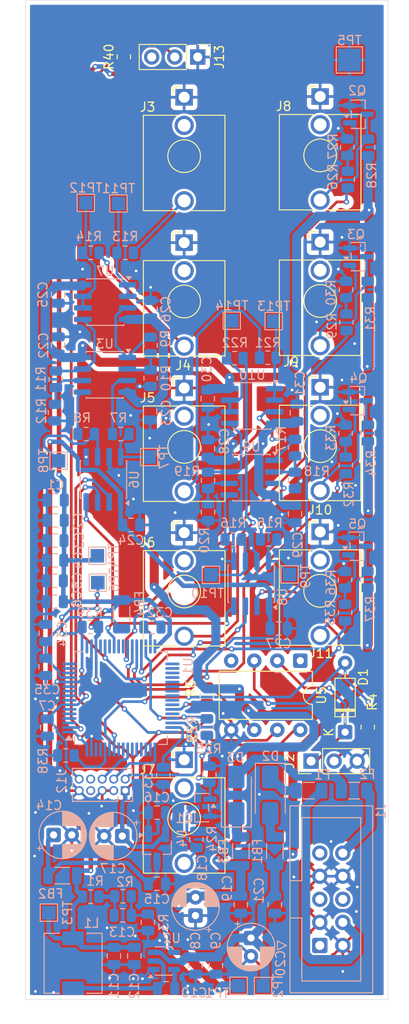
<source format=kicad_pcb>
(kicad_pcb (version 20241229) (generator "pcbnew") (generator_version "9.0")
  (layers (0 "F.Cu" signal) (2 "B.Cu" signal) (13 "F.Paste" user) (15 "B.Paste" user) (5 "F.SilkS" user "F.Silkscreen") (7 "B.SilkS" user "B.Silkscreen") (1 "F.Mask" user) (3 "B.Mask" user) (25 "Edge.Cuts" user))
  (net 0 "")
  (net 1 "GND")
  (net 2 "+3V3")
  (net 3 "MCU_NRST")
  (net 4 "+12V")
  (net 5 "Net-(U2-BOOT)")
  (net 6 "Net-(U2-SW)")
  (net 7 "+5V")
  (net 8 "Net-(U2-FB)")
  (net 9 "Net-(C13-Pad2)")
  (net 10 "Net-(U4-VI)")
  (net 11 "-12V")
  (net 12 "Net-(U1-VCAP_1)")
  (net 13 "Net-(U1-VCAP_2)")
  (net 14 "Net-(U1-VDDA)")
  (net 15 "Net-(D1-K)")
  (net 16 "Net-(D1-A)")
  (net 17 "Net-(D2-K)")
  (net 18 "Net-(D2-A)")
  (net 19 "Net-(D3-A)")
  (net 20 "Net-(D3-K)")
  (net 21 "CONN4")
  (net 22 "CONN10")
  (net 24 "Net-(J2-Pin_2)")
  (net 25 "Net-(J3-PadT)")
  (net 26 "Net-(J4-PadT)")
  (net 27 "Net-(J5-PadT)")
  (net 28 "Net-(J6-PadT)")
  (net 29 "Net-(Q1-D)")
  (net 30 "Net-(Q2-D)")
  (net 31 "Net-(Q3-D)")
  (net 32 "Net-(Q4-D)")
  (net 33 "Net-(Q5-D)")
  (net 35 "MCU_SWDIO")
  (net 36 "MCU_SWCLK")
  (net 38 "MCU_SWO")
  (net 39 "MCU_GPIO_MODE")
  (net 41 "Net-(Q1-G)")
  (net 42 "Net-(Q2-G)")
  (net 43 "Net-(Q3-G)")
  (net 44 "Net-(Q4-G)")
  (net 45 "Net-(Q5-G)")
  (net 46 "Net-(U5-EN)")
  (net 47 "Net-(U5-VO)")
  (net 48 "MCU_USART_RX")
  (net 49 "Net-(U3A-+)")
  (net 50 "Net-(U6-VA)")
  (net 51 "Net-(U6-VB)")
  (net 52 "Net-(U3B-+)")
  (net 53 "Net-(U7A-+)")
  (net 54 "Net-(U3A--)")
  (net 55 "Net-(U3B--)")
  (net 56 "Net-(U7B-+)")
  (net 57 "Net-(U7A--)")
  (net 58 "Net-(U7B--)")
  (net 59 "Net-(U8-VA)")
  (net 60 "Net-(U9A-+)")
  (net 61 "Net-(U9B-+)")
  (net 62 "Net-(U8-VB)")
  (net 63 "Net-(U10A-+)")
  (net 64 "Net-(U9A--)")
  (net 65 "Net-(U9B--)")
  (net 66 "Net-(U10B-+)")
  (net 67 "Net-(U10A--)")
  (net 68 "Net-(U10B--)")
  (net 69 "MCU_GPIO_CLOCK")
  (net 70 "MCU_GPIO_GATE1")
  (net 71 "MCU_GPIO_GATE2")
  (net 72 "MCU_GPIO_GATE3")
  (net 73 "MCU_GPIO_GATE4")
  (net 74 "Net-(U1-BOOT0)")
  (net 88 "MCU_SPI_SCK")
  (net 98 "MCU_SPI_MOSI")
  (net 108 "MCU_GPIO_CS2")
  (net 111 "MCU_GPIO_CS1")
  (footprint "Connector_PinHeader_2.54mm:PinHeader_1x03_P2.54mm_Vertical" (layer "F.Cu") (at 68 46.25 -90)
    (property "Reference" "J13")
    (property "Value" "Conn_01x03_Pin")
  )
  (footprint "Connector_Audio:Jack_3.5mm_QingPu_WQP-PJ398SM_Vertical_CircularHoles" (layer "F.Cu") (at 66.5 98.6)
    (property "Reference" "J6")
    (property "Value" "CV4_OUT")
  )
  (footprint "Connector_Audio:Jack_3.5mm_QingPu_WQP-PJ398SM_Vertical_CircularHoles" (layer "F.Cu") (at 81.5 82.6)
    (property "Reference" "J10")
    (property "Value" "GATE3_OUT")
  )
  (footprint "Connector_Audio:Jack_3.5mm_QingPu_WQP-PJ398SM_Vertical_CircularHoles" (layer "F.Cu") (at 81.5 98.52)
    (property "Reference" "J11")
    (property "Value" "GATE4_OUT")
  )
  (footprint "Connector_Audio:Jack_3.5mm_QingPu_WQP-PJ398SM_Vertical_CircularHoles" (layer "F.Cu") (at 81.5 50.6)
    (property "Reference" "J8")
    (property "Value" "GATE1_OUT")
  )
  (footprint "Resistor_SMD:R_0805_2012Metric" (layer "F.Cu") (at 86.75 120 90)
    (property "Reference" "R4")
    (property "Value" "220")
  )
  (footprint "Connector_Audio:Jack_3.5mm_QingPu_WQP-PJ398SM_Vertical_CircularHoles" (layer "F.Cu") (at 66.5 82.68)
    (property "Reference" "J5")
    (property "Value" "CV3_OUT")
  )
  (footprint "Connector_PinHeader_2.54mm:PinHeader_1x03_P2.54mm_Vertical" (layer "F.Cu") (at 80.5 123.75 90)
    (property "Reference" "J2")
    (property "Value" "Conn_01x03_Pin")
  )
  (footprint "Connector_Audio:Jack_3.5mm_QingPu_WQP-PJ398SM_Vertical_CircularHoles" (layer "F.Cu") (at 66.5 50.68)
    (property "Reference" "J3")
    (property "Value" "CV1_OUT")
  )
  (footprint "Connector_Audio:Jack_3.5mm_QingPu_WQP-PJ398SM_Vertical_CircularHoles" (layer "F.Cu") (at 66.5 66.68)
    (property "Reference" "J4")
    (property "Value" "CV2_OUT")
  )
  (footprint "Package_DIP:DIP-8_W7.62mm" (layer "F.Cu") (at 79.31 112.695 -90)
    (property "Reference" "U5")
    (property "Value" "6N137")
  )
  (footprint "Connector_Audio:Jack_3.5mm_QingPu_WQP-PJ398SM_Vertical_CircularHoles" (layer "F.Cu") (at 81.5 66.62)
    (property "Reference" "J9")
    (property "Value" "GATE2_OUT")
  )
  (footprint "Resistor_SMD:R_0805_2012Metric" (layer "F.Cu") (at 69 116.5 -90)
    (property "Reference" "R6")
    (property "Value" "1k")
  )
  (footprint "Connector_Audio:Jack_3.5mm_QingPu_WQP-PJ398SM_Vertical_CircularHoles" (layer "F.Cu") (at 66.5 123.6)
    (property "Reference" "J7")
    (property "Value" "CLOCK_OUT")
  )
  (footprint "Resistor_SMD:R_0805_2012Metric" (layer "F.Cu") (at 59.85 46.225 90)
    (property "Reference" "R40")
    (property "Value" "10k")
  )
  (footprint "Diode_THT:D_DO-35_SOD27_P7.62mm_Horizontal" (layer "F.Cu") (at 84.25 120.56 90)
    (property "Reference" "D1")
    (property "Value" "1N4148")
  )
  (footprint "Resistor_SMD:R_0805_2012Metric" (layer "F.Cu") (at 69 120 90)
    (property "Reference" "R5")
    (property "Value" "10k")
  )
  (footprint "Package_SO:SOIC-8_3.9x4.9mm_P1.27mm" (layer "B.Cu") (at 74.005 84.655 180)
    (property "Reference" "U10")
    (property "Value" "OPA1612AxD")
  )
  (footprint "Package_TO_SOT_SMD:SOT-23" (layer "B.Cu") (at 85.7125 52.55)
    (property "Reference" "Q2")
    (property "Value" "2N7002")
  )
  (footprint "Capacitor_SMD:C_0805_2012Metric" (layer "B.Cu") (at 64.5 148.75 180)
    (property "Reference" "C10")
    (property "Value" "0.1u")
  )
  (footprint "Resistor_SMD:R_0805_2012Metric" (layer "B.Cu") (at 56.15 108.975)
    (property "Reference" "R39")
    (property "Value" "10k")
  )
  (footprint "Package_SO:SOIC-8_3.9x4.9mm_P1.27mm" (layer "B.Cu") (at 73.93 92.55 180)
    (property "Reference" "U9")
    (property "Value" "OPA2277")
  )
  (footprint "Capacitor_SMD:C_0805_2012Metric" (layer "B.Cu") (at 70 146.25 -90)
    (property "Reference" "C9")
    (property "Value" "0.1u")
  )
  (footprint "Resistor_SMD:R_0805_2012Metric" (layer "B.Cu") (at 75.8175 99.35)
    (property "Reference" "R15")
    (property "Value" "100R")
  )
  (footprint "Capacitor_SMD:C_0805_2012Metric" (layer "B.Cu") (at 51.4 120.05 -90)
    (property "Reference" "C7")
    (property "Value" "0.1u")
  )
  (footprint "Resistor_SMD:R_0805_2012Metric" (layer "B.Cu") (at 69.13 92.85 -90)
    (property "Reference" "R19")
    (property "Value" "14.3k")
  )
  (footprint "Capacitor_SMD:C_0805_2012Metric" (layer "B.Cu") (at 63.5 129.425 180)
    (property "Reference" "C16")
    (property "Value" "0.1u")
  )
  (footprint "Capacitor_THT:CP_Radial_D5.0mm_P2.00mm" (layer "B.Cu") (at 67.75 140.75 90)
    (property "Reference" "C18")
    (property "Value" "47ux16V")
  )
  (footprint "Capacitor_SMD:C_0805_2012Metric" (layer "B.Cu") (at 62.8 74 90)
    (property "Reference" "C26")
    (property "Value" "0.1u")
  )
  (footprint "Resistor_SMD:R_0805_2012Metric" (layer "B.Cu") (at 84.4 75.45 90)
    (property "Reference" "R29")
    (property "Value" "100R")
  )
  (footprint "Resistor_SMD:R_0805_2012Metric" (layer "B.Cu") (at 75.73 79.35 180)
    (property "Reference" "R21")
    (property "Value" "1k")
  )
  (footprint "Resistor_SMD:R_0805_2012Metric" (layer "B.Cu") (at 59.75 138.625)
    (property "Reference" "R2")
    (property "Value" "100k")
  )
  (footprint "Inductor_SMD:L_1206_3216Metric" (layer "B.Cu") (at 72.75 133.675 -90)
    (property "Reference" "FB3")
    (property "Value" "FerriteBead_Small")
  )
  (footprint "Package_TO_SOT_SMD:SOT-23" (layer "B.Cu") (at 68.425 128.875 180)
    (property "Reference" "Q1")
    (property "Value" "2N7002")
  )
  (footprint "TestPoint:TestPoint_Pad_1.5x1.5mm" (layer "B.Cu") (at 69.45 103.25)
    (property "Reference" "TP10")
    (property "Value" "TEST_DAC4_RAW")
  )
  (footprint "Resistor_SMD:R_0805_2012Metric" (layer "B.Cu") (at 69 120.0125 -90)
    (property "Reference" "R23")
    (property "Value" "100R")
  )
  (footprint "Resistor_SMD:R_0805_2012Metric" (layer "B.Cu") (at 52.345 81.725 -90)
    (property "Reference" "R11")
    (property "Value" "14.3k")
  )
  (footprint "Capacitor_SMD:C_0805_2012Metric" (layer "B.Cu") (at 78.73 96.55 -90)
    (property "Reference" "C29")
    (property "Value" "0.1u")
  )
  (footprint "TestPoint:TestPoint_Pad_1.5x1.5mm" (layer "B.Cu") (at 71.75 75.275 180)
    (property "Reference" "TP14")
    (property "Value" "TEST_DAC3_OUT")
  )
  (footprint "Capacitor_SMD:C_0805_2012Metric" (layer "B.Cu") (at 76.5 139.55 -90)
    (property "Reference" "C21")
    (property "Value" "0.1u")
  )
  (footprint "TestPoint:TestPoint_Pad_1.5x1.5mm" (layer "B.Cu") (at 52.65 90.7 -90)
    (property "Reference" "TP8")
    (property "Value" "TEST_DAC2_RAW")
  )
  (footprint "Capacitor_SMD:C_0805_2012Metric" (layer "B.Cu") (at 58.75 145.2 90)
    (property "Reference" "C11")
    (property "Value" "22u")
  )
  (footprint "Resistor_SMD:R_0805_2012Metric" (layer "B.Cu") (at 72.0875 79.4)
    (property "Reference" "R22")
    (property "Value" "1k")
  )
  (footprint "Capacitor_THT:CP_Radial_D5.0mm_P2.00mm" (layer "B.Cu") (at 52.1 131.875)
    (property "Reference" "C14")
    (property "Value" "10u")
  )
  (footprint "Capacitor_SMD:C_0805_2012Metric" (layer "B.Cu") (at 52.325 97.25 180)
    (property "Reference" "C2")
    (property "Value" "100n")
  )
  (footprint "TestPoint:TestPoint_Pad_1.5x1.5mm" (layer "B.Cu") (at 59.25 62.375 180)
    (property "Reference" "TP11")
    (property "Value" "TEST_DAC1_OUT")
  )
  (footprint "Capacitor_SMD:C_0805_2012Metric" (layer "B.Cu") (at 59.725 140.725 180)
    (property "Reference" "C13")
    (property "Value" "75p")
  )
  (footprint "Diode_SMD:D_SMA" (layer "B.Cu") (at 72.25 127.5 90)
    (property "Reference" "D3")
    (property "Value" "SS34")
  )
  (footprint "TestPoint:TestPoint_Pad_1.5x1.5mm" (layer "B.Cu") (at 56.925 101.15 90)
    (property "Reference" "TP4")
    (property "Value" "TEST_3V3")
  )
  (footprint "TestPoint:TestPoint_Pad_1.5x1.5mm" (layer "B.Cu") (at 75.2 148.5 90)
    (property "Reference" "TP2")
    (property "Value" "TEST_+12V")
  )
  (footprint "Capacitor_THT:CP_Radial_D5.0mm_P2.00mm" (layer "B.Cu") (at 59.675 132 180)
    (property "Reference" "C17")
    (property "Value" "22u")
  )
  (footprint "Resistor_SMD:R_0805_2012Metric" (layer "B.Cu") (at 86.7 103.7625 -90)
    (property "Reference" "R37")
    (property "Value" "10k")
  )
  (footprint "TestPoint:TestPoint_Pad_1.5x1.5mm" (layer "B.Cu") (at 56.975 104.1 90)
    (property "Reference" "TP6")
    (property "Value" "TEST_NRST")
  )
  (footprint "TestPoint:TestPoint_Pad_1.5x1.5mm" (layer "B.Cu") (at 72.5 148.475)
    (property "Reference" "TP1")
    (property "Value" "TEST_-12V")
  )
  (footprint "Resistor_SMD:R_0805_2012Metric" (layer "B.Cu") (at 53.45 123.125)
    (property "Reference" "R38")
    (property "Value" "10k")
  )
  (footprint "Package_TO_SOT_SMD:SOT-23-6" (layer "B.Cu") (at 64.25 145.75)
    (property "Reference" "U2")
    (property "Value" "TPS54302")
  )
  (footprint "TestPoint:TestPoint_Pad_1.5x1.5mm" (layer "B.Cu") (at 62.65 90.275 90)
    (property "Reference" "TP7")
    (property "Value" "TEST_DAC1_RAW")
  )
  (footprint "Capacitor_SMD:C_0805_2012Metric" (layer "B.Cu") (at 76.93 109.15)
    (property "Reference" "C27")
    (property "Value" "0.1u")
  )
  (footprint "Connector_IDC:IDC-Header_2x05_P2.54mm_Vertical" (layer "B.Cu") (at 81.46 144.04)
    (property "Reference" "J1")
    (property "Value" "Conn_02x05_Odd_Even")
  )
  (footprint "Resistor_SMD:R_0805_2012Metric" (layer "B.Cu") (at 84.5375 59.7375 90)
    (property "Reference" "R26")
    (property "Value" "100R")
  )
  (footprint "Resistor_SMD:R_0805_2012Metric" (layer "B.Cu") (at 84.35 71.85 -90)
    (property "Reference" "R30")
    (property "Value" "100k")
  )
  (footprint "Capacitor_SMD:C_0805_2012Metric" (layer "B.Cu") (at 60.645 97.75)
    (property "Reference" "C24")
    (property "Value" "0.1u")
  )
  (footprint "TestPoint:TestPoint_Pad_1.5x1.5mm" (layer "B.Cu") (at 51.575 140.425)
    (property "Reference" "TP3")
    (property "Value" "TEST_5V")
  )
  (footprint "Resistor_SMD:R_0805_2012Metric" (layer "B.Cu") (at 71.93 99.35)
    (property "Reference" "R16")
    (property "Value" "100R")
  )
  (footprint "Capacitor_SMD:C_0805_2012Metric" (layer "B.Cu") (at 52.6 72.4 -90)
    (property "Reference" "C25")
    (property "Value" "0.1u")
  )
  (footprint "Resistor_SMD:R_0805_2012Metric" (layer "B.Cu") (at 84.25 107.4 90)
    (property "Reference" "R35")
    (property "Value" "100R")
  )
  (footprint "Package_SO:SOIC-8_3.9x4.9mm_P1.27mm" (layer "B.Cu") (at 57.75 81.225 180)
    (property "Reference" "U3")
    (property "Value" "OPA2277")
  )
  (footprint "Resistor_SMD:R_0805_2012Metric" (layer "B.Cu") (at 84.25 103.8 -90)
    (property "Reference" "R36")
    (property "Value" "100k")
  )
  (footprint "Resistor_SMD:R_0805_2012Metric" (layer "B.Cu") (at 55.6825 87.75)
    (property "Reference" "R8")
    (property "Value" "100R")
  )
  (footprint "Capacitor_SMD:C_0805_2012Metric" (layer "B.Cu") (at 52.3 99.475 180)
    (property "Reference" "C3")
    (property "Value" "100n")
  )
  (footprint "Resistor_SMD:R_0805_2012Metric" (layer "B.Cu") (at 62.5 141.5 -90)
    (property "Reference" "R3")
    (property "Value" "13.3k")
  )
  (footprint "Inductor_SMD:L_1206_3216Metric" (layer "B.Cu") (at 53.075 136.35 180)
    (property "Reference" "FB2")
    (property "Value" "FerriteBead_Small")
  )
  (footprint "Resistor_SMD:R_0805_2012Metric" (layer "B.Cu") (at 56.1875 138.675)
    (property "Reference" "R1")
    (property "Value" "49R9")
  )
  (footprint "Capacitor_SMD:C_0805_2012Metric" (layer "B.Cu") (at 52.225 106.2 180)
    (property "Reference" "C6")
    (property "Value" "10u")
  )
  (footprint "TestPoint:TestPoint_Pad_1.5x1.5mm" (layer "B.Cu") (at 55.65 62.3 180)
    (property "Reference" "TP12")
    (property "Value" "TEST_DAC2_OUT")
  )
  (footprint "Capacitor_SMD:C_0805_2012Metric" (layer "B.Cu") (at 62.75 85.25 -90)
    (property "Reference" "C23")
    (property "Value" "0.1u")
  )
  (footprint "TestPoint:TestPoint_Pad_2.5x2.5mm" (layer "B.Cu") (at 84.725 46.575 180)
    (property "Reference" "TP5")
    (property "Value" "TEST_GND")
  )
  (footprint "Capacitor_SMD:C_0805_2012Metric" (layer "B.Cu") (at 64.2 125.375 90)
    (property "Reference" "C33")
    (property "Value" "2.2u")
  )
  (footprint "Diode_SMD:D_SMA" (layer "B.Cu") (at 76 127.5 -90)
    (property "Reference" "D2")
    (property "Value" "SS34")
  )
  (footprint "Package_TO_SOT_SMD:SOT-23" (layer "B.Cu") (at 85.6375 84.075)
    (property "Reference" "Q4")
    (property "Value" "2N7002")
  )
  (footprint "Package_QFP:LQFP-64_10x10mm_P0.5mm" (layer "B.Cu") (at 59.525 116.8)
    (property "Reference" "U1")
    (property "Value" "STM32F405RGTx")
  )
  (footprint "Capacitor_SMD:C_0805_2012Metric" (layer "B.Cu") (at 51.225 113.375 90)
    (property "Reference" "C35")
    (property "Value" "1u")
  )
  (footprint "Capacitor_THT:CP_Radial_D5.0mm_P2.00mm" (layer "B.Cu") (at 73.875 143.219888 -90)
    (property "Reference" "C20")
    (property "Value" "47ux16V")
  )
  (footprint "Capacitor_SMD:C_0805_2012Metric" (layer "B.Cu") (at 63 109 180)
    (property "Reference" "C32")
    (property "Value" "2.2u")
  )
  (footprint "Resistor_SMD:R_0805_2012Metric" (layer "B.Cu") (at 67.85 132.375 90)
    (property "Reference" "R24")
    (property "Value" "10k")
  )
  (footprint "Package_TO_SOT_SMD:SOT-23" (layer "B.Cu") (at 85.5625 100.1)
    (property "Reference" "Q5")
    (property "Value" "2N7002")
  )
  (footprint "Capacitor_SMD:C_0805_2012Metric" (layer "B.Cu") (at 69.1 83.85 -90)
    (property "Reference" "C30")
    (property "Value" "0.1u")
  )
  (footprint "Inductor_SMD:L_1206_3216Metric" (layer "B.Cu") (at 59.6 107.6 90)
    (property "Reference" "FB4")
    (property "Value" "FerriteBead_Small")
  )
  (footprint "Package_TO_SOT_SMD:SOT-23_Handsoldering" (layer "B.Cu") (at 63.5 133.25 -90)
    (property "Reference" "U4")
    (property "Value" "LD1117V33")
  )
  (footprint "Capacitor_SMD:C_0805_2012Metric" (layer "B.Cu") (at 61 145.2 90)
    (property "Reference" "C12")
    (property "Value" "22u")
  )
  (footprint "Resistor_SMD:R_0805_2012Metric" (layer "B.Cu") (at 69.275 125.2 -90)
    (property "Reference" "R25")
    (property "Value" "100k")
  )
  (footprint "Resistor_SMD:R_0805_2012Metric" (layer "B.Cu") (at 52.25 85.3875 -90)
    (property "Reference" "R12")
    (property "Value" "10k")
  )
  (footprint "Inductor_SMD:L_1206_3216Metric" (layer "B.Cu") (at 76.5 133.675 -90)
    (property "Reference" "FB1")
    (property "Value" "FerriteBead_Small")
  )
  (footprint "Inductor_SMD:L_6.3x6.3_H3" (layer "B.Cu") (at 54.25 146 90)
    (property "Reference" "L1")
    (property "Value" "10u")
  )
  (footprint "Fuse:Fuse_1206_3216Metric" (layer "B.Cu") (at 85.25 127 180)
    (property "Reference" "F2")
    (property "Value" "Fuse_Small")
  )
  (footprint "Package_SO:SOIC-8_3.9x4.9mm_P1.27mm" (layer "B.Cu") (at 57.595 92.75 90)
    (property "Reference" "U6")
    (property "Value" "MCP4822")
  )
  (footprint "Resistor_SMD:R_0805_2012Metric" (layer "B.Cu") (at 60 67.8)
    (property "Reference" "R13")
    (property "Value" "1k")
  )
  (footprint "Resistor_SMD:R_0805_2012Metric" (layer "B.Cu") (at 69.13 96.35 -90)
    (property "Reference" "R20")
    (property "Value" "10k")
  )
  (footprint "Resistor_SMD:R_0805_2012Metric" (layer "B.Cu") (at 86.7875 56.1875 -90)
    (property "Reference" "R28")
    (property "Value" "10k")
  )
  (footprint "Connector_PinHeader_1.27mm:PinHeader_2x05_P1.27mm_Vertical" (layer "B.Cu") (at 60 127 90)
    (property "Reference" "J12")
    (property "Value" "Conn_ARM_JTAG_SWD_10")
  )
  (footprint "TestPoint:TestPoint_Pad_1.5x1.5mm" (layer "B.Cu") (at 78.125 103.2 90)
    (property "Reference" "TP9")
    (property "Value" "TEST_DAC3_RAW")
  )
  (footprint "Capacitor_SMD:C_0805_2012Metric" (layer "B.Cu") (at 78.93 85.4 90)
    (property "Reference" "C31")
    (property "Value" "0.1u")
  )
  (footprint "Resistor_SMD:R_0805_2012Metric" (layer "B.Cu") (at 84.3 87.675 -90)
    (property "Reference" "R33")
    (property "Value" "100k")
  )
  (footprint "Capacitor_SMD:C_0805_2012Metric" (layer "B.Cu") (at 51.225 109.65 -90)
    (property "Reference" "C34")
    (property "Value" "0.1u")
  )
  (footprint "Capacitor_SMD:C_0805_2012Metric" (layer "B.Cu") (at 69.13 89.35 90)
    (property "Reference" "C28")
    (property "Value" "0.1u")
  )
  (footprint "Resistor_SMD:R_0805_2012Metric" (layer "B.Cu") (at 84.4875 56.1875 -90)
    (property "Reference" "R27")
    (property "Value" "100k")
  )
  (footprint "Capacitor_SMD:C_0805_2012Metric" (layer "B.Cu") (at 72.75 139.55 90)
    (property "Reference" "C19")
    (property "Value" "0.1u")
  )
  (footprint "Package_SO:SOIC-8_3.9x4.9mm_P1.27mm" (layer "B.Cu") (at 73.895 104.225 90)
    (property "Reference" "U8")
    (property "Value" "MCP4822")
  )
  (footprint "Resistor_SMD:R_0805_2012Metric" (layer "B.Cu") (at 62.8 81.6 -90)
    (property "Reference" "R10")
    (property "Value" "10k")
  )
  (footprint "Package_TO_SOT_SMD:SOT-23" (layer "B.Cu") (at 85.6875 68.225)
    (property "Reference" "Q3")
    (property "Value" "2N7002")
  )
  (footprint "Resistor_SMD:R_0805_2012Metric" (layer "B.Cu") (at 62.8 78 -90)
    (property "Reference" "R9")
    (property "Value" "14.3k")
  )
  (footprint "Resistor_SMD:R_0805_2012Metric" (layer "B.Cu") (at 84.325 91.2 90)
    (property "Reference" "R32")
    (property "Value" "100R")
  )
  (footprint "Resistor_SMD:R_0805_2012Metric" (layer "B.Cu") (at 56.2 67.8)
    (property "Reference" "R14")
    (property "Value" "1k")
  )
  (footprint "Resistor_SMD:R_0805_2012Metric" (layer "B.Cu") (at 86.75 87.65 -90)
    (property "Reference" "R34")
    (property "Value" "10k")
  )
  (footprint "Capacitor_SMD:C_0805_2012Metric" (layer "B.Cu") (at 67.75 146.25 -90)
    (property "Reference" "C8")
    (property "Value" "10u")
  )
  (footprint "Capacitor_SMD:C_0805_2012Metric" (layer "B.Cu") (at 52.325 95.025 180)
    (property "Reference" "C1")
    (property "Value" "100n")
  )
  (footprint "Fuse:Fuse_1206_3216Metric" (layer "B.Cu") (at 80.25 127 180)
    (property "Reference" "F1")
    (property "Value" "Fuse_Small")
  )
  (footprint "Capacitor_SMD:C_0805_2012Metric" (layer "B.Cu") (at 52.225 103.9 180)
    (property "Reference" "C5")
    (property "Value" "100n")
  )
  (footprint "Capacitor_SMD:C_0805_2012Metric" (layer "B.Cu") (at 52.275 101.65 180)
    (property "Reference" "C4")
    (property "Value" "100n")
  )
  (footprint "Resistor_SMD:R_0805_2012Metric" (layer "B.Cu") (at 86.725 71.8375 -90)
    (property "Reference" "R31")
    (property "Value" "10k")
  )
  (footprint "Package_SO:SOIC-8_3.9x4.9mm_P1.27mm" (layer "B.Cu") (at 57.8 73.225 180)
    (property "Reference" "U7")
    (property "Value" "OPA1612AxD")
  )
  (footprint "TestPoint:TestPoint_Pad_1.5x1.5mm" (layer "B.Cu") (at 76.375 75.325 180)
    (property "Reference" "TP13")
    (property "Value" "TEST_DAC3_OUT")
  )
  (footprint "Resistor_SMD:R_0805_2012Metric" (layer "B.Cu") (at 59.5075 87.75)
    (property "Reference" "R7")
    (property "Value" "100R")
  )
  (footprint "Capacitor_SMD:C_0805_2012Metric" (layer "B.Cu") (at 52.6 78 90)
    (property "Reference" "C22")
    (property "Value" "0.1u")
  )
  (footprint "Resistor_SMD:R_0805_2012Metric" (layer "B.Cu") (at 78.73 92.85 -90)
    (property "Reference" "R18")
    (property "Value" "10k")
  )
  (footprint "Capacitor_SMD:C_0805_2012Metric" (layer "B.Cu") (at 63.5 137.25)
    (property "Reference" "C15")
    (property "Value" "0.1u")
  )
  (footprint "Resistor_SMD:R_0805_2012Metric" (layer "B.Cu") (at 78.73 89.25 -90)
    (property "Reference" "R17")
    (property "Value" "14.3k")
  )
  (gr_rect (start 49 40) (end 89 150) (stroke (width 0.05)) (fill no) (layer "Edge.Cuts"))
  (segment (start 58.73 127) (end 57.46 127) (width 0.3) (layer "F.Cu") (net 1))
  (segment (start 57.46 127) (end 57.46 128.64) (width 0.3) (layer "F.Cu") (net 1))
  (segment (start 71.69 120.315) (end 71.69 119.39) (width 0.3) (layer "F.Cu") (net 1))
  (segment (start 81.46 136.42) (end 78.68 136.42) (width 0.3) (layer "F.Cu") (net 1))
  (segment (start 54.1 131.875) (end 54.1 133.6) (width 0.3) (layer "F.Cu") (net 1))
  (segment (start 57.675 132) (end 56 130.325) (width 0.3) (layer "F.Cu") (net 1))
  (segment (start 84 144.04) (end 84 146.9) (width 0.3) (layer "F.Cu") (net 1))
  (segment (start 78.68 136.42) (end 78.6 136.5) (width 0.3) (layer "F.Cu") (net 1))
  (segment (start 71.69 119.39) (end 70.8 118.5) (width 0.3) (layer "F.Cu") (net 1))
  (segment (start 56 130.325) (end 56 129.5) (width 0.3) (layer "F.Cu") (net 1))
  (segment (start 57.46 128.64) (end 57.4 128.7) (width 0.3) (layer "F.Cu") (net 1))
  (segment (start 54.92 127) (end 53.5 127) (width 0.3) (layer "F.Cu") (net 1))
  (via (at 70.7 123.2) (size 0.6) (drill 0.3) (layers "F.Cu" "B.Cu") (net 1))
  (via (at 56 129.5) (size 0.6) (drill 0.3) (layers "F.Cu" "B.Cu") (net 1))
  (via (at 65.3 128.1) (size 0.6) (drill 0.3) (layers "F.Cu" "B.Cu") (net 1))
  (via (at 83.5 54.1) (size 0.6) (drill 0.3) (layers "F.Cu" "B.Cu") (net 1))
  (via (at 60.9 94.9) (size 0.6) (drill 0.3) (layers "F.Cu" "B.Cu") (net 1))
  (via (at 84 146.9) (size 0.6) (drill 0.3) (layers "F.Cu" "B.Cu") (net 1))
  (via (at 76.1 96.9) (size 0.6) (drill 0.3) (layers "F.Cu" "B.Cu") (net 1))
  (via (at 66.9 148.5) (size 0.6) (drill 0.3) (layers "F.Cu" "B.Cu") (net 1))
  (via (at 85.4 93.4) (size 0.6) (drill 0.3) (layers "F.Cu" "B.Cu") (net 1))
  (via (at 70.8 118.5) (size 0.6) (drill 0.3) (layers "F.Cu" "B.Cu") (net 1))
  (via (at 62.7 88.2) (size 0.6) (drill 0.3) (layers "F.Cu" "B.Cu") (net 1))
  (via (at 85.6 137.6) (size 0.6) (drill 0.3) (layers "F.Cu" "B.Cu") (net 1))
  (via (at 78.6 136.5) (size 0.6) (drill 0.3) (layers "F.Cu" "B.Cu") (net 1))
  (via (at 55.3 69.6) (size 0.6) (drill 0.3) (layers "F.Cu" "B.Cu") (net 1))
  (via (at 57.4 128.7) (size 0.6) (drill 0.3) (layers "F.Cu" "B.Cu") (net 1))
  (via (at 60.9 147.7) (size 0.6) (drill 0.3) (layers "F.Cu" "B.Cu") (net 1))
  (via (at 65.5 96.4) (size 0.6) (drill 0.3) (layers "F.Cu" "B.Cu") (net 1))
  (via (at 82.7 132.6) (size 0.6) (drill 0.3) (layers "F.Cu" "B.Cu") (net 1))
  (via (at 52.5 115) (size 0.6) (drill 0.3) (layers "F.Cu" "B.Cu") (net 1))
  (via (at 63.8 143.5) (size 0.6) (drill 0.3) (layers "F.Cu" "B.Cu") (net 1))
  (via (at 61.1 143) (size 0.6) (drill 0.3) (layers "F.Cu" "B.Cu") (net 1))
  (via (at 53.5 127) (size 0.6) (drill 0.3) (layers "F.Cu" "B.Cu") (net 1))
  (via (at 52.1 149.2) (size 0.6) (drill 0.3) (layers "F.Cu" "B.Cu") (net 1))
  (via (at 69.2 86.7) (size 0.6) (drill 0.3) (layers "F.Cu" "B.Cu") (net 1))
  (via (at 50.1 149.1) (size 0.6) (drill 0.3) (layers "F.Cu" "B.Cu") (net 1))
  (via (at 70.7 101.5) (size 0.6) (drill 0.3) (layers "F.Cu" "B.Cu") (net 1))
  (via (at 63.2 107.7) (size 0.6) (drill 0.3) (layers "F.Cu" "B.Cu") (net 1))
  (via (at 77.3 96.6) (size 0.6) (drill 0.3) (layers "F.Cu" "B.Cu") (net 1))
  (via (at 83.5 97.8) (size 0.6) (drill 0.3) (layers "F.Cu" "B.Cu") (net 1))
  (via (at 61.9 147.7) (size 0.6) (drill 0.3) (layers "F.Cu" "B.Cu") (net 1))
  (via (at 61.6 82.5) (size 0.6) (drill 0.3) (layers "F.Cu" "B.Cu") (net 1))
  (via (at 50 134.2) (size 0.6) (drill 0.3) (layers "F.Cu" "B.Cu") (net 1))
  (via (at 54.1 133.6) (size 0.6) (drill 0.3) (layers "F.Cu" "B.Cu") (net 1))
  (via (at 66.9 149.2) (size 0.6) (drill 0.3) (layers "F.Cu" "B.Cu") (net 1))
  (via (at 61.2 69.8) (size 0.6) (drill 0.3) (layers "F.Cu" "B.Cu") (net 1))
  (via (at 78.4 82.9) (size 0.6) (drill 0.3) (layers "F.Cu" "B.Cu") (net 1))
  (via (at 66.9 143.4) (size 0.6) (drill 0.3) (layers "F.Cu" "B.Cu") (net 1))
  (via (at 73.91 100.3) (size 0.6) (drill 0.3) (layers "F.Cu" "B.Cu") (net 1))
  (via (at 82.8 90.8) (size 0.6) (drill 0.3) (layers "F.Cu" "B.Cu") (net 1))
  (via (at 66.7 121.9) (size 0.6) (drill 0.3) (layers "F.Cu" "B.Cu") (net 1))
  (via (at 78 101.4) (size 0.6) (drill 0.3) (layers "F.Cu" "B.Cu") (net 1))
  (via (at 59.3 92.3) (size 0.6) (drill 0.3) (layers "F.Cu" "B.Cu") (net 1))
  (via (at 58 142.1) (size 0.6) (drill 0.3) (layers "F.Cu" "B.Cu") (net 1))
  (via (at 55.69 90.275) (size 0.6) (drill 0.3) (layers "F.Cu" "B.Cu") (net 1))
  (via (at 50.1 129.4) (size 0.6) (drill 0.3) (layers "F.Cu" "B.Cu") (net 1))
  (via (at 55 76.5) (size 0.6) (drill 0.3) (layers "F.Cu" "B.Cu") (net 1))
  (via (at 83.9 66.1) (size 0.6) (drill 0.3) (layers "F.Cu" "B.Cu") (net 1))
  (via (at 83.5 69.6) (size 0.6) (drill 0.3) (layers "F.Cu" "B.Cu") (net 1))
  (via (at 58.3 147.6) (size 0.6) (drill 0.3) (layers "F.Cu" "B.Cu") (net 1))
  (via (at 60.9 129.2) (size 0.6) (drill 0.3) (layers "F.Cu" "B.Cu") (net 1))
  (via (at 85.3 77.8) (size 0.6) (drill 0.3) (layers "F.Cu" "B.Cu") (net 1))
  (via (at 74.8 127.4) (size 0.6) (drill 0.3) (layers "F.Cu" "B.Cu") (net 1))
  (via (at 83.9 81.8) (size 0.6) (drill 0.3) (layers "F.Cu" "B.Cu") (net 1))
  (via (at 83.4 85.5) (size 0.6) (drill 0.3) (layers "F.Cu" "B.Cu") (net 1))
  (via (at 81.1 75.4) (size 0.6) (drill 0.3) (layers "F.Cu" "B.Cu") (net 1))
  (via (at 62.8 71.6) (size 0.6) (drill 0.3) (layers "F.Cu" "B.Cu") (net 1))
  (via (at 79.356 92.929684) (size 0.6) (drill 0.3) (layers "F.Cu" "B.Cu") (net 1))
  (via (at 52.8 124.8) (size 0.6) (drill 0.3) (layers "F.Cu" "B.Cu") (net 1))
  (via (at 56.3 121) (size 0.6) (drill 0.3) (layers "F.Cu" "B.Cu") (net 1))
  (via (at 52.5 116.8) (size 0.6) (drill 0.3) (layers "F.Cu" "B.Cu") (net 1))
  (via (at 60.6 85.7) (size 0.6) (drill 0.3) (layers "F.Cu" "B.Cu") (net 1))
  (via (at 50.1 116.9) (size 0.6) (drill 0.3) (layers "F.Cu" "B.Cu") (net 1))
  (via (at 85.5 140.3) (size 0.6) (drill 0.3) (layers "F.Cu" "B.Cu") (net 1))
  (via (at 84.1 102) (size 0.6) (drill 0.3) (layers "F.Cu" "B.Cu") (net 1))
  (segment (start 78.2 97.5) (end 77.3 96.6) (width 0.3) (layer "B.Cu") (net 1))
  (segment (start 82.799 140.161) (end 82.799 137.621) (width 0.3) (layer "B.Cu") (net 1))
  (segment (start 56.275 113.625) (end 56.275 111.125) (width 0.3) (layer "B.Cu") (net 1))
  (segment (start 52.55 115.05) (end 53.85 115.05) (width 0.3) (layer "B.Cu") (net 1))
  (segment (start 84.3 86.4) (end 83.4 85.5) (width 0.3) (layer "B.Cu") (net 1))
  (segment (start 62.9 146.7) (end 61.9 147.7) (width 0.3) (layer "B.Cu") (net 1))
  (segment (start 66.5 123.6) (end 66.5 122.1) (width 0.3) (layer "B.Cu") (net 1))
  (segment (start 62.8 82.5125) (end 61.6125 82.5125) (width 0.3) (layer "B.Cu") (net 1))
  (segment (start 78.73 97.5) (end 78.2 97.5) (width 0.3) (layer "B.Cu") (net 1))
  (segment (start 81.5 98.52) (end 82.78 98.52) (width 0.3) (layer "B.Cu") (net 1))
  (segment (start 84.4875 55.275) (end 84.4875 55.0875) (width 0.3) (layer "B.Cu") (net 1))
  (segment (start 82.7 135.18) (end 82.7 132.6) (width 0.3) (layer "B.Cu") (net 1))
  (segment (start 84.4875 55.0875) (end 83.5 54.1) (width 0.3) (layer "B.Cu") (net 1))
  (segment (start 83.1 82.6) (end 83.9 81.8) (width 0.3) (layer "B.Cu") (net 1))
  (segment (start 63.95 109) (end 63.2 108.25) (width 0.3) (layer "B.Cu") (net 1))
  (segment (start 58.23 91.23) (end 59.3 92.3) (width 0.3) (layer "B.Cu") (net 1))
  (segment (start 56.275 122.475) (end 56.275 121.025) (width 0.3) (layer "B.Cu") (net 1))
  (segment (start 84.35 70.9375) (end 84.35 70.45) (width 0.3) (layer "B.Cu") (net 1))
  (segment (start 81.46 136.42) (end 84 136.42) (width 0.3) (layer "B.Cu") (net 1))
  (segment (start 63.1125 146.7) (end 62.9 146.7) (width 0.3) (layer "B.Cu") (net 1))
  (segment (start 63.2 108.25) (end 63.2 107.7) (width 0.3) (layer "B.Cu") (net 1))
  (segment (start 81.5 82.6) (end 83.1 82.6) (width 0.3) (layer "B.Cu") (net 1))
  (segment (start 82.799 137.621) (end 84 136.42) (width 0.3) (layer "B.Cu") (net 1))
  (segment (start 84 144.04) (end 81.46 141.5) (width 0.3) (layer "B.Cu") (net 1))
  (segment (start 85.361 140.161) (end 85.5 140.3) (width 0.3) (layer "B.Cu") (net 1))
  (segment (start 71.69 122.21) (end 70.7 123.2) (width 0.3) (layer "B.Cu") (net 1))
  (segment (start 74.53 101.75) (end 74.53 100.92) (width 0.3) (layer "B.Cu") (net 1))
  (segment (start 84 136.42) (end 84.42 136.42) (width 0.3) (layer "B.Cu") (net 1))
  (segment (start 82.78 98.52) (end 83.5 97.8) (width 0.3) (layer "B.Cu") (net 1))
  (segment (start 66.5 122.1) (end 66.7 121.9) (width 0.3) (layer "B.Cu") (net 1))
  (segment (start 54.85 115.05) (end 56.275 113.625) (width 0.3) (layer "B.Cu") (net 1))
  (segment (start 84.35 70.45) (end 83.5 69.6) (width 0.3) (layer "B.Cu") (net 1))
  (segment (start 56.275 121.025) (end 56.3 121) (width 0.3) (layer "B.Cu") (net 1))
  (segment (start 78.73 93.7625) (end 78.73 93.555684) (width 0.3) (layer "B.Cu") (net 1))
  (segment (start 84.25 102.8875) (end 84.25 102.15) (width 0.3) (layer "B.Cu") (net 1))
  (segment (start 78.93 84.45) (end 78.93 83.43) (width 0.3) (layer "B.Cu") (net 1))
  (segment (start 84.42 136.42) (end 85.6 137.6) (width 0.3) (layer "B.Cu") (net 1))
  (segment (start 70.95 101.75) (end 70.7 101.5) (width 0.3) (layer "B.Cu") (net 1))
  (segment (start 74.53 100.92) (end 73.91 100.3) (width 0.3) (layer "B.Cu") (net 1))
  (segment (start 81.46 141.5) (end 82.799 140.161) (width 0.3) (layer "B.Cu") (net 1))
  (segment (start 71.69 120.315) (end 71.69 122.21) (width 0.3) (layer "B.Cu") (net 1))
  (segment (start 84.3 86.7625) (end 84.3 86.4) (width 0.3) (layer "B.Cu") (net 1))
  (segment (start 84.25 102.15) (end 84.1 102) (width 0.3) (layer "B.Cu") (net 1))
  (segment (start 81.46 136.42) (end 82.7 135.18) (width 0.3) (layer "B.Cu") (net 1))
  (segment (start 78.93 83.43) (end 78.4 82.9) (width 0.3) (layer "B.Cu") (net 1))
  (segment (start 71.99 101.75) (end 70.95 101.75) (width 0.3) (layer "B.Cu") (net 1))
  (segment (start 78.73 93.555684) (end 79.356 92.929684) (width 0.3) (layer "B.Cu") (net 1))
  (segment (start 82.799 140.161) (end 85.361 140.161) (width 0.3) (layer "B.Cu") (net 1))
  (segment (start 53.85 115.05) (end 54.85 115.05) (width 0.3) (layer "B.Cu") (net 1))
  (segment (start 61.6125 82.5125) (end 61.6 82.5) (width 0.3) (layer "B.Cu") (net 1))
  (segment (start 58.23 90.275) (end 58.23 91.23) (width 0.3) (layer "B.Cu") (net 1))
  (segment (start 52.5 115) (end 52.55 115.05) (width 0.3) (layer "B.Cu") (net 1))
  (segment (start 60.851 125.377504) (end 60.851 123.449) (width 0.3) (layer "F.Cu") (net 2))
  (segment (start 58.3 48.1) (end 58.8875 48.1) (width 0.5) (layer "F.Cu") (net 2))
  (segment (start 55 121.2) (end 55.1 121.2) (width 0.3) (layer "F.Cu") (net 2))
  (segment (start 56.25 108.75) (end 57.8 107.2) (width 0.5) (layer "F.Cu") (net 2))
  (segment (start 59.90962 118.00962) (end 56.8 114.9) (width 0.3) (layer "F.Cu") (net 2))
  (segment (start 57.1 120.3) (end 59 122.2) (width 0.3) (layer "F.Cu") (net 2))
  (segment (start 67.4875 120.6) (end 67.4875 120.96937) (width 0.3) (layer "F.Cu") (net 2))
  (segment (start 60.851 123.449) (end 63.7 120.6) (width 0.3) (layer "F.Cu") (net 2))
  (segment (start 68.48513 121.967) (end 77.029504 121.967) (width 0.3) (layer "F.Cu") (net 2))
  (segment (start 77.029504 121.967) (end 78.681504 120.315) (width 0.3) (layer "F.Cu") (net 2))
  (segment (start 63.7 120.6) (end 67.4875 120.6) (width 0.3) (layer "F.Cu") (net 2))
  (segment (start 59 122.2) (end 59.602 122.2) (width 0.3) (layer "F.Cu") (net 2))
  (segment (start 60.851 125.377504) (end 60.851 126.149) (width 0.3) (layer "F.Cu") (net 2))
  (segment (start 67.4875 120.6) (end 69 119.0875) (width 0.3) (layer "F.Cu") (net 2))
  (segment (start 58.8875 48.1) (end 59.85 47.1375) (width 0.5) (layer "F.Cu") (net 2))
  (segment (start 52.7 51.3) (end 56.7 47.3) (width 0.5) (layer "F.Cu") (net 2))
  (segment (start 78.681504 120.315) (end 79.31 120.315) (width 0.3) (layer "F.Cu") (net 2))
  (segment (start 60.851 126.149) (end 60 127) (width 0.3) (layer "F.Cu") (net 2))
  (segment (start 56 120.3) (end 57.1 120.3) (width 0.3) (layer "F.Cu") (net 2))
  (segment (start 52.7 92.2) (end 52.7 51.3) (width 0.5) (layer "F.Cu") (net 2))
  (segment (start 60.074918 127) (end 60 127) (width 0.5) (layer "F.Cu") (net 2))
  (segment (start 59.602 122.2) (end 60.851 123.449) (width 0.3) (layer "F.Cu") (net 2))
  (segment (start 56.25 109) (end 56.25 108.75) (width 0.5) (layer "F.Cu") (net 2))
  (segment (start 67.4875 120.96937) (end 68.48513 121.967) (width 0.3) (layer "F.Cu") (net 2))
  (segment (start 55.1 121.2) (end 56 120.3) (width 0.3) (layer "F.Cu") (net 2))
  (segment (start 56.8 114.9) (end 56.8 114.8) (width 0.3) (layer "F.Cu") (net 2))
  (via (at 57.8 107.2) (size 0.6) (drill 0.3) (layers "F.Cu" "B.Cu") (net 2))
  (via (at 52.7 92.2) (size 0.6) (drill 0.3) (layers "F.Cu" "B.Cu") (net 2))
  (via (at 59.90962 118.00962) (size 0.6) (drill 0.3) (layers "F.Cu" "B.Cu") (net 2))
  (via (at 58.3 48.1) (size 0.6) (drill 0.3) (layers "F.Cu" "B.Cu") (net 2))
  (via (at 56.7 47.3) (size 0.6) (drill 0.3) (layers "F.Cu" "B.Cu") (net 2))
  (via (at 63.7 120.6) (size 0.6) (drill 0.3) (layers "F.Cu" "B.Cu") (net 2))
  (via (at 55 121.2) (size 0.6) (drill 0.3) (layers "F.Cu" "B.Cu") (net 2))
  (via (at 56.8 114.8) (size 0.6) (drill 0.3) (layers "F.Cu" "B.Cu") (net 2))
  (via (at 56.25 109) (size 0.6) (drill 0.3) (layers "F.Cu" "B.Cu") (net 2))
  (segment (start 56.775 111.125) (end 56.775 110.104044) (width 0.3) (layer "B.Cu") (net 2))
  (segment (start 56.8 114.8) (end 56.8 112.029534) (width 0.3) (layer "B.Cu") (net 2))
  (segment (start 57.0625 108.975) (end 56.275 108.975) (width 0.5) (layer "B.Cu") (net 2))
  (segment (start 63.7 120.6) (end 62.5 120.6) (width 0.3) (layer "B.Cu") (net 2))
  (segment (start 55.775 122.475) (end 55.775 121.975) (width 0.3) (layer "B.Cu") (net 2))
  (segment (start 53.85 120.55) (end 54.35 120.55) (width 0.3) (layer "B.Cu") (net 2))
  (segment (start 64.901 109.772292) (end 63.548292 111.125) (width 0.5) (layer "B.Cu") (net 2))
  (segment (start 60.826 133.151) (end 59.675 132) (width 0.5) (layer "B.Cu") (net 2))
  (segment (start 55.775 121.975) (end 55 121.2) (width 0.3) (layer "B.Cu") (net 2))
  (segment (start 53.225 103.85) (end 53.175 103.9) (width 0.5) (layer "B.Cu") (net 2))
  (segment (start 65.2 120.55) (end 63.75 120.55) (width 0.3) (layer "B.Cu") (net 2))
  (segment (start 53.175 106.2) (end 53.175 103.9) (width 0.5) (layer "B.Cu") (net 2))
  (segment (start 57.8 107.2) (end 58.425 107.2) (width 0.5) (layer "B.Cu") (net 2))
  (segment (start 56.8 112.029534) (end 56.775 112.004534) (width 0.3) (layer "B.Cu") (net 2))
  (segment (start 63.548292 111.125) (end 63.376 111.125) (width 0.5) (layer "B.Cu") (net 2))
  (segment (start 56.425 101.65) (end 56.925 101.15) (width 0.5) (layer "B.Cu") (net 2))
  (segment (start 57.5 47.3) (end 58.3 48.1) (width 0.5) (layer "B.Cu") (net 2))
  (segment (start 53.25 99.475) (end 53.25 101.625) (width 0.5) (layer "B.Cu") (net 2))
  (segment (start 53.225 101.65) (end 56.425 101.65) (width 0.5) (layer "B.Cu") (net 2))
  (segment (start 62.5 120.6) (end 59.90962 118.00962) (width 0.3) (layer "B.Cu") (net 2))
  (segment (start 62.698292 106.025) (end 64.901 108.227708) (width 0.5) (layer "B.Cu") (net 2))
  (segment (start 56.275 108.975) (end 56.25 109) (width 0.5) (layer "B.Cu") (net 2))
  (segment (start 59.6 106.025) (end 62.698292 106.025) (width 0.5) (layer "B.Cu") (net 2))
  (segment (start 63.049 133.151) (end 60.826 133.151) (width 0.5) (layer "B.Cu") (net 2))
  (segment (start 53.25 101.625) (end 53.225 101.65) (width 0.5) (layer "B.Cu") (net 2))
  (segment (start 53.275 97.25) (end 53.275 99.45) (width 0.5) (layer "B.Cu") (net 2))
  (segment (start 60 127) (end 60 128) (width 0.5) (layer "B.Cu") (net 2))
  (segment (start 53.275 95.025) (end 53.275 92.775) (width 0.5) (layer "B.Cu") (net 2))
  (segment (start 64.45 129.425) (end 64.45 131.75) (width 0.5) (layer "B.Cu") (net 2))
  (segment (start 57.0625 108.975) (end 57.0625 109.816544) (width 0.5) (layer "B.Cu") (net 2))
  (segment (start 59.675 128.325) (end 59.675 132) (width 0.5) (layer "B.Cu") (net 2))
  (segment (start 59.6 106.025) (end 59.425 106.2) (width 0.5) (layer "B.Cu") (net 2))
  (segment (start 53.275 95.025) (end 53.275 97.25) (width 0.5) (layer "B.Cu") (net 2))
  (segment (start 53.275 99.45) (end 53.25 99.475) (width 0.5) (layer "B.Cu") (net 2))
  (segment (start 59.425 106.2) (end 53.175 106.2) (width 0.5) (layer "B.Cu") (net 2))
  (segment (start 63.75 120.55) (end 63.7 120.6) (width 0.3) (layer "B.Cu") (net 2))
  (segment (start 54.35 120.55) (end 55 121.2) (width 0.3) (layer "B.Cu") (net 2))
  (segment (start 58.425 107.2) (end 59.6 106.025) (width 0.5) (layer "B.Cu") (net 2))
  (segment (start 64.901 108.227708) (end 64.901 109.772292) (width 0.5) (layer "B.Cu") (net 2))
  (segment (start 53.225 101.65) (end 53.225 103.85) (width 0.5) (layer "B.Cu") (net 2))
  (segment (start 64.45 131.75) (end 63.049 133.151) (width 0.5) (layer "B.Cu") (net 2))
  (segment (start 53.275 92.775) (end 52.7 92.2) (width 0.5) (layer "B.Cu") (net 2))
  (segment (start 57.0625 109.816544) (end 56.775 110.104044) (width 0.5) (layer "B.Cu") (net 2))
  (segment (start 56.7 47.3) (end 57.5 47.3) (width 0.5) (layer "B.Cu") (net 2))
  (segment (start 60 128) (end 59.675 128.325) (width 0.5) (layer "B.Cu") (net 2))
  (segment (start 53.00288 109.69712) (end 53 109.7) (width 0.3) (layer "F.Cu") (net 3))
  (segment (start 55.198 113.782762) (end 55.198 116.098) (width 0.3) (layer "F.Cu") (net 3))
  (segment (start 53 109.7) (end 53.02212 109.72212) (width 0.3) (layer "F.Cu") (net 3))
  (segment (start 56.9 105.45) (end 56.9 106.95) (width 0.3) (layer "F.Cu") (net 3))
  (segment (start 53.00288 107.90288) (end 53.00288 109.69712) (width 0.3) (layer "F.Cu") (net 3))
  (segment (start 55.198 116.098) (end 55.7 116.6) (width 0.3) (layer "F.Cu") (net 3))
  (via (at 56.9 106.95) (size 0.6) (drill 0.3) (layers "F.Cu" "B.Cu") (net 3))
  (via (at 53.02212 109.72212) (size 0.6) (drill 0.3) (layers "F.Cu" "B.Cu") (net 3))
  (via (at 56.9 105.45) (size 0.6) (drill 0.3) (layers "F.Cu" "B.Cu") (net 3))
  (via (at 53.00288 107.90288) (size 0.6) (drill 0.3) (layers "F.Cu" "B.Cu") (net 3))
  (via (at 55.7 116.6) (size 0.6) (drill 0.3) (layers "F.Cu" "B.Cu") (net 3))
  (via (at 55.198 113.782762) (size 0.6) (drill 0.3) (layers "F.Cu" "B.Cu") (net 3))
  (segment (start 55.2375 108.975) (end 55.2375 113.743262) (width 0.3) (layer "B.Cu") (net 3))
  (segment (start 55.2375 113.743262) (end 55.198 113.782762) (width 0.3) (layer "B.Cu") (net 3))
  (segment (start 52.476 120.176) (end 51.4 119.1) (width 0.3) (layer "B.Cu") (net 3))
  (segment (start 53.1 107.90576) (end 53.09712 107.90288) (width 0.3) (layer "B.Cu") (net 3))
  (segment (start 56.975 104.1) (end 56.975 105.375) (width 0.3) (layer "B.Cu") (net 3))
  (segment (start 51.2 119.279534) (end 51.2 119.125) (width 0.3) (layer "B.Cu") (net 3))
  (segment (start 55.7 116.6) (end 54.8 117.5) (width 0.3) (layer "B.Cu") (net 3))
  (segment (start 54.779534 117.5) (end 54.729534 117.55) (width 0.3) (layer "B.Cu") (net 3))
  (segment (start 53.1 107.9) (end 53.1 107.90576) (width 0.3) (layer "B.Cu") (net 3))
  (segment (start 53.02212 109.72212) (end 54.49038 109.72212) (width 0.3) (layer "B.Cu") (net 3))
  (segment (start 54.49038 109.72212) (end 55.2375 108.975) (width 0.3) (layer "B.Cu") (net 3))
  (segment (start 54.8 117.5) (end 54.779534 117.5) (width 0.3) (layer "B.Cu") (net 3))
  (segment (start 53.499 124.309) (end 53.499 121.578534) (width 0.3) (layer "B.Cu") (net 3))
  (segment (start 56.975 105.375) (end 56.9 105.45) (width 0.3) (layer "B.Cu") (net 3))
  (segment (start 52.476 120.555534) (end 52.476 120.176) (width 0.3) (layer "B.Cu") (net 3))
  (segment (start 51.4 119.1) (end 52.95 117.55) (width 0.3) (layer "B.Cu") (net 3))
  (segment (start 54.92 125.73) (end 53.499 124.309) (width 0.3) (layer "B.Cu") (net 3))
  (segment (start 56.9 106.95) (end 54.05 106.95) (width 0.3) (layer "B.Cu") (net 3))
  (segment (start 53.499 121.578534) (end 52.476 120.555534) (width 0.3) (layer "B.Cu") (net 3))
  (segment (start 53.09712 107.90288) (end 53.00288 107.90288) (width 0.3) (layer "B.Cu") (net 3))
  (segment (start 54.05 106.95) (end 53.1 107.9) (width 0.3) (layer "B.Cu") (net 3))
  (segment (start 52.95 117.55) (end 53.85 117.55) (width 0.3) (layer "B.Cu") (net 3))
  (segment (start 86.8 80.4) (end 86.8 96.2) (width 1) (layer "F.Cu") (net 4))
  (segment (start 86.9 80.3) (end 86.8 80.4) (width 1) (layer "F.Cu") (net 4))
  (segment (start 73.5 81.5) (end 77.7 81.5) (width 1) (layer "F.Cu") (net 4))
  (segment (start 79.548735 122.199) (end 78.949 122.199) (width 1) (layer "F.Cu") (net 4))
  (segment (start 86.8 110.9) (end 86.7 111) (width 1) (layer "F.Cu") (net 4))
  (segment (start 57.146 79.846) (end 69.846 79.846) (width 1) (layer "F.Cu") (net 4))
  (segment (start 77.7 81.5) (end 78.9 80.3) (width 1) (layer "F.Cu") (net 4))
  (segment (start 86.7 80.3) (end 86.8 80.4) (width 1) (layer "F.Cu") (net 4))
  (segment (start 71.93 88.8) (end 73.5 87.23) (width 1) (layer "F.Cu") (net 4))
  (segment (start 69.846 79.846) (end 71.5 81.5) (width 1) (layer "F.Cu") (net 4))
  (segment (start 86.9 63.1) (end 86.9 80.3) (width 1) (layer "F.Cu") (net 4))
  (segment (start 73.5 87.23) (end 73.5 81.5) (width 1) (layer "F.Cu") (net 4))
  (segment (start 78.949 122.199) (end 78.5 122.648) (width 1) (layer "F.Cu") (net 4))
  (segment (start 86.7 115.047735) (end 79.548735 122.199) (width 1) (layer "F.Cu") (net 4))
  (segment (start 55.3 78) (end 57.146 79.846) (width 1) (layer "F.Cu") (net 4))
  (segment (start 71.5 81.5) (end 73.5 81.5) (width 1) (layer "F.Cu") (net 4))
  (segment (start 86.7 111) (end 86.7 115.047735) (width 1) (layer "F.Cu") (net 4))
  (segment (start 86.8 96.2) (end 86.8 110.9) (width 1) (layer "F.Cu") (net 4))
  (segment (start 78.5 122.648) (end 78.5 134) (width 1) (layer "F.Cu") (net 4))
  (via (at 55.3 78) (size 0.6) (drill 0.3) (layers "F.Cu" "B.Cu") (net 4))
  (via (at 71.5 81.5) (size 0.6) (drill 0.3) (layers "F.Cu" "B.Cu") (net 4))
  (via (at 78.5 134) (size 0.6) (drill 0.3) (layers "F.Cu" "B.Cu") (net 4))
  (via (at 86.9 63.1) (size 0.6) (drill 0.3) (layers "F.Cu" "B.Cu") (net 4))
  (via (at 86.8 96.2) (size 0.6) (drill 0.3) (layers "F.Cu" "B.Cu") (net 4))
  (via (at 71.93 88.8) (size 0.6) (drill 0.3) (layers "F.Cu" "B.Cu") (net 4))
  (via (at 78.9 80.3) (size 0.6) (drill 0.3) (layers "F.Cu" "B.Cu") (net 4))
  (via (at 86.7 111) (size 0.6) (drill 0.3) (layers "F.Cu" "B.Cu") (net 4))
  (via (at 86.7 80.3) (size 0.6) (drill 0.3) (layers "F.Cu" "B.Cu") (net 4))
  (segment (start 86.7 104.675) (end 86.7 111) (width 1) (layer "B.Cu") (net 4))
  (segment (start 76.5 138.6) (end 76.323156 138.6) (width 1) (layer "B.Cu") (net 4))
  (segment (start 73.997735 143.219888) (end 75.376 144.598153) (width 1) (layer "B.Cu") (net 4))
  (segment (start 78.9 66.006006) (end 81.140006 63.766) (width 1) (layer "B.Cu") (net 4))
  (segment (start 75.376 144.598153) (end 75.376 148.324) (width 1) (layer "B.Cu") (net 4))
  (segment (start 71.53 81.53) (end 71.5 81.5) (width 1) (layer "B.Cu") (net 4))
  (segment (start 52.6 71.45) (end 55.195 71.45) (width 1) (layer "B.Cu") (net 4))
  (segment (start 71.53 82.75) (end 71.53 81.53) (width 1) (layer "B.Cu") (net 4))
  (segment (start 69.475 90.645) (end 69.13 90.3) (width 1) (layer "B.Cu") (net 4))
  (segment (start 51.174 77.700844) (end 51.174 72.699156) (width 1) (layer "B.Cu") (net 4))
  (segment (start 55.275 79.32) (end 55.275 78.025) (width 1) (layer "B.Cu") (net 4))
  (segment (start 69.4625 131.4625) (end 72.024 134.024) (width 1) (layer "B.Cu") (net 4))
  (segment (start 55.275 78.025) (end 55.3 78) (width 1) (layer "B.Cu") (net 4))
  (segment (start 72.024 134.024) (end 75.274 134.024) (width 1) (layer "B.Cu") (net 4))
  (segment (start 86.725 80.275) (end 86.7 80.3) (width 1) (layer "B.Cu") (net 4))
  (segment (start 52.423156 78.95) (end 51.174 77.700844) (width 1) (layer "B.Cu") (net 4))
  (segment (start 75.376 148.324) (end 75.2 148.5) (width 1) (layer "B.Cu") (net 4))
  (segment (start 55.195 71.45) (end 55.325 71.32) (width 1) (layer "B.Cu") (net 4))
  (segment (start 86.7875 57.1) (end 86.7875 62.9875) (width 1) (layer "B.Cu") (net 4))
  (segment (start 67.75 145.3) (end 66.757652 145.3) (width 1) (layer "B.Cu") (net 4))
  (segment (start 75.274 134.024) (end 76.5 135.25) (width 1) (layer "B.Cu") (net 4))
  (segment (start 70 145.3) (end 72.080112 143.219888) (width 1) (layer "B.Cu") (net 4))
  (segment (start 67.85 131.4625) (end 69.4625 131.4625) (width 1) (layer "B.Cu") (net 4))
  (segment (start 81.140006 63.766) (end 86.234 63.766) (width 1) (layer "B.Cu") (net 4))
  (segment (start 76.323156 138.6) (end 75.074 139.849156) (width 1) (layer "B.Cu") (net 4))
  (segment (start 51.174 72.699156) (end 52.423156 71.45) (width 1) (layer "B.Cu") (net 4))
  (segment (start 55.275 79.32) (end 52.97 79.32) (width 1) (layer "B.Cu") (net 4))
  (segment (start 73.875 143.219888) (end 73.997735 143.219888) (width 1) (layer "B.Cu") (net 4))
  (segment (start 77.75 134) (end 76.5 135.25) (width 1) (layer "B.Cu") (net 4))
  (segment (start 75.074 139.849156) (end 75.074 142.020888) (width 1) (layer "B.Cu") (net 4))
  (segment (start 78.5 134) (end 77.75 134) (width 1) (layer "B.Cu") (net 4))
  (segment (start 78.9 80.3) (end 78.9 66.006006) (width 1) (layer "B.Cu") (net 4))
  (segment (start 86.75 96.15) (end 86.8 96.2) (width 1) (layer "B.Cu") (net 4))
  (segment (start 75.074 142.020888) (end 73.875 143.219888) (width 1) (layer "B.Cu") (net 4))
  (segment (start 86.234 63.766) (end 86.9 63.1) (width 1) (layer "B.Cu") (net 4))
  (segment (start 71.455 89.275) (end 71.93 88.8) (width 1) (layer "B.Cu") (net 4))
  (segment (start 66.757652 145.3) (end 66.307652 145.75) (width 1) (layer "B.Cu") (net 4))
  (segment (start 52.97 79.32) (end 52.6 78.95) (width 1) (layer "B.Cu") (net 4))
  (segment (start 63.8709 144.8) (end 64.8209 145.75) (width 0.5) (layer "B.Cu") (net 4))
  (segment (start 63.1125 144.8) (end 63.8709 144.8) (width 0.5) (layer "B.Cu") (net 4))
  (segment (start 71.455 90.645) (end 71.455 89.275) (width 1) (layer "B.Cu") (net 4))
  (segment (start 86.7875 62.9875) (end 86.9 63.1) (width 1) (layer "B.Cu") (net 4))
  (segment (start 71.455 90.645) (end 69.475 90.645) (width 1) (layer "B.Cu") (net 4))
  (segment (start 52.423156 71.45) (end 52.6 71.45) (width 1) (layer "B.Cu") (net 4))
  (segment (start 71.53 82.75) (end 69.25 82.75) (width 1) (layer "B.Cu") (net 4))
  (segment (start 52.6 78.95) (end 52.423156 78.95) (width 1) (layer "B.Cu") (net 4))
  (segment (start 72.080112 143.219888) (end 73.875 143.219888) (width 1) (layer "B.Cu") (net 4))
  (segment (start 86.75 88.5625) (end 86.75 96.15) (width 1) (layer "B.Cu") (net 4))
  (segment (start 69.25 82.75) (end 69.1 82.9) (width 1) (layer "B.Cu") (net 4))
  (segment (start 64.8209 145.75) (end 65.3875 145.75) (width 0.5) (layer "B.Cu") (net 4))
  (segment (start 86.725 72.75) (end 86.725 80.275) (width 1) (layer "B.Cu") (net 4))
  (segment (start 76.5 135.25) (end 76.5 138.6) (width 1) (layer "B.Cu") (net 4))
  (segment (start 67.75 145.3) (end 70 145.3) (width 1) (layer "B.Cu") (net 4))
  (segment (start 65.45 146.7625) (end 65.3875 146.7) (width 0.5) (layer "B.Cu") (net 5))
  (segment (start 65.45 148.75) (end 65.45 146.7625) (width 0.5) (layer "B.Cu") (net 5))
  (segment (start 63.55 148.75) (end 54.25 148.75) (width 0.5) (layer "B.Cu") (net 6))
  (segment (start 63.774999 145.75) (end 64.226 146.201001) (width 0.5) (layer "B.Cu") (net 6))
  (segment (start 63.1125 145.75) (end 63.774999 145.75) (width 0.5) (layer "B.Cu") (net 6))
  (segment (start 64.226 148.074) (end 63.55 148.75) (width 0.5) (layer "B.Cu") (net 6))
  (segment (start 64.226 146.201001) (end 64.226 148.074) (width 0.5) (layer "B.Cu") (net 6))
  (segment (start 51.7 88.6) (end 51.7 127.705818) (width 0.5) (layer "F.Cu") (net 7))
  (segment (start 51.7 127.705818) (end 56.2 132.205818) (width 0.5) (layer "F.Cu") (net 7))
  (segment (start 56.2 132.205818) (end 56.2 135.8) (width 0.5) (layer "F.Cu") (net 7))
  (via (at 51.7 88.6) (size 0.6) (drill 0.3) (layers "F.Cu" "B.Cu") (net 7))
  (via (at 56.2 135.8) (size 0.6) (drill 0.3) (layers "F.Cu" "B.Cu") (net 7))
  (segment (start 55.2 135.8) (end 54.65 136.35) (width 0.5) (layer "B.Cu") (net 7))
  (segment (start 54.65 138.05) (end 55.275 138.675) (width 0.5) (layer "B.Cu") (net 7))
  (segment (start 54.65 136.35) (end 54.65 138.05) (width 0.5) (layer "B.Cu") (net 7))
  (segment (start 75.98 109.15) (end 75.98 104.917925) (width 0.5) (layer "B.Cu") (net 7))
  (segment (start 70.651 104.451) (end 66.396 104.451) (width 0.5) (layer "B.Cu") (net 7))
  (segment (start 55.25 144.25) (end 54.25 143.25) (width 0.5) (layer "B.Cu") (net 7))
  (segment (start 75.98 106.88) (end 75.8 106.7) (width 0.5) (layer "B.Cu") (net 7))
  (segment (start 54.798 91.701) (end 54.798 90.446) (width 0.5) (layer "B.Cu") (net 7))
  (segment (start 75.411075 104.349) (end 70.753 104.349) (width 0.5) (layer "B.Cu") (net 7))
  (segment (start 59.5 95.225) (end 59.5 97.555) (width 0.5) (layer "B.Cu") (net 7))
  (segment (start 56.2 135.8) (end 55.2 135.8) (width 0.5) (layer "B.Cu") (net 7))
  (segment (start 59.5 95.225) (end 59.5 94.250001) (width 0.5) (layer "B.Cu") (net 7))
  (segment (start 52.25 143.25) (end 51.575 142.575) (width 0.5) (layer "B.Cu") (net 7))
  (segment (start 66.396 104.451) (end 59.695 97.75) (width 0.5) (layer "B.Cu") (net 7))
  (segment (start 56.950999 91.701) (end 54.798 91.701) (width 0.5) (layer "B.Cu") (net 7))
  (segment (start 58.75 144.25) (end 55.25 144.25) (width 0.5) (layer "B.Cu") (net 7))
  (segment (start 54.798 90.446) (end 52.952 88.6) (width 0.5) (layer "B.Cu") (net 7))
  (segment (start 75.98 104.917925) (end 75.411075 104.349) (width 0.5) (layer "B.Cu") (net 7))
  (segment (start 75.98 109.15) (end 75.98 106.88) (width 0.5) (layer "B.Cu") (net 7))
  (segment (start 54.25 143.25) (end 52.25 143.25) (width 0.5) (layer "B.Cu") (net 7))
  (segment (start 59.5 94.250001) (end 56.950999 91.701) (width 0.5) (layer "B.Cu") (net 7))
  (segment (start 54.25 139.7) (end 55.275 138.675) (width 0.5) (layer "B.Cu") (net 7))
  (segment (start 59.5 97.555) (end 59.695 97.75) (width 0.5) (layer "B.Cu") (net 7))
  (segment (start 54.25 143.25) (end 54.25 139.7) (width 0.5) (layer "B.Cu") (net 7))
  (segment (start 70.753 104.349) (end 70.651 104.451) (width 0.5) (layer "B.Cu") (net 7))
  (segment (start 51.575 142.575) (end 51.575 140.425) (width 0.5) (layer "B.Cu") (net 7))
  (segment (start 58.75 144.25) (end 61 144.25) (width 0.5) (layer "B.Cu") (net 7))
  (segment (start 52.952 88.6) (end 51.7 88.6) (width 0.5) (layer "B.Cu") (net 7))
  (segment (start 60.675 140.725) (end 62.3625 140.725) (width 0.3) (layer "B.Cu") (net 8))
  (segment (start 62.5 140.5875) (end 64.9 142.9875) (width 0.3) (layer "B.Cu") (net 8))
  (segment (start 64.9 142.9875) (end 64.9 144.3125) (width 0.3) (layer "B.Cu") (net 8))
  (segment (start 60.675 140.725) (end 60.675 138.6375) (width 0.3) (layer "B.Cu") (net 8))
  (segment (start 60.8125 140.5875) (end 60.675 140.725) (width 0.3) (layer "B.Cu") (net 8))
  (segment (start 64.9 144.3125) (end 65.3875 144.8) (width 0.3) (layer "B.Cu") (net 8))
  (segment (start 60.675 138.6375) (end 60.6625 138.625) (width 0.3) (layer "B.Cu") (net 8))
  (segment (start 62.3625 140.725) (end 62.5 140.5875) (width 0.3) (layer "B.Cu") (net 8))
  (segment (start 60.6625 140.7125) (end 60.675 140.725) (width 0.3) (layer "B.Cu") (net 8))
  (segment (start 58.775 138.6875) (end 58.8375 138.625) (width 0.3) (layer "B.Cu") (net 9))
  (segment (start 58.8375 140.6625) (end 58.775 140.725) (width 0.3) (layer "B.Cu") (net 9))
  (segment (start 57.1 138.675) (end 58.7875 138.675) (width 0.5) (layer "B.Cu") (net 9))
  (segment (start 58.8375 138.625) (end 58.8375 140.6625) (width 0.3) (layer "B.Cu") (net 9))
  (segment (start 58.7875 138.675) (end 58.8375 138.625) (width 0.5) (layer "B.Cu") (net 9))
  (segment (start 63.5 134.75) (end 63.5 136.3) (width 0.5) (layer "B.Cu") (net 10))
  (segment (start 52.901 134.949) (end 60.249 134.949) (width 0.5) (layer "B.Cu") (net 10))
  (segment (start 51.5 136.35) (end 52.901 134.949) (width 0.5) (layer "B.Cu") (net 10))
  (segment (start 51.5 136.35) (end 51.5 132.475) (width 0.5) (layer "B.Cu") (net 10))
  (segment (start 60.249 134.949) (end 62.55 137.25) (width 0.5) (layer "B.Cu") (net 10))
  (segment (start 51.5 132.475) (end 52.1 131.875) (width 0.5) (layer "B.Cu") (net 10))
  (segment (start 63.5 136.3) (end 62.55 137.25) (width 0.5) (layer "B.Cu") (net 10))
  (segment (start 72.4 132.4) (end 70.1 134.7) (width 1) (layer "F.Cu") (net 11))
  (segment (start 65.667597 91.164592) (end 72.835408 91.164592) (width 1) (layer "F.Cu") (net 11))
  (segment (start 64.494308 89.991303) (end 65.667597 91.164592) (width 1) (layer "F.Cu") (net 11))
  (segment (start 64.494308 86.005692) (end 64.494308 89.991303) (width 1) (layer "F.Cu") (net 11))
  (segment (start 72.6 117.2) (end 73.6 118.2) (width 1) (layer "F.Cu") (net 11))
  (segment (start 65.2 140.4) (end 65.9 139.7) (width 1) (layer "F.Cu") (net 11))
  (segment (start 72.835408 91.164592) (end 75.2 88.8) (width 1) (layer "F.Cu") (net 11))
  (segment (start 65.2 143.6) (end 65.2 140.4) (width 1) (layer "F.Cu") (net 11))
  (segment (start 72.4 123.2) (end 72.4 132.4) (width 1) (layer "F.Cu") (net 11))
  (segment (start 64.5 86) (end 64.494308 86.005692) (width 1) (layer "F.Cu") (net 11))
  (segment (start 70.4 148.8) (end 65.2 143.6) (width 1) (layer "F.Cu") (net 11))
  (segment (start 72.6 115.8) (end 72.6 117.2) (width 1) (layer "F.Cu") (net 11))
  (segment (start 63.2 93.632189) (end 63.2 104.6) (width 1) (layer "F.Cu") (net 11))
  (segment (start 65.667597 91.164592) (end 63.2 93.632189) (width 1) (layer "F.Cu") (net 11))
  (via (at 75.2 88.8) (size 0.6) (drill 0.3) (layers "F.Cu" "B.Cu") (net 11))
  (via (at 64.5 86) (size 0.6) (drill 0.3) (layers "F.Cu" "B.Cu") (net 11))
  (via (at 72.4 123.2) (size 0.6) (drill 0.3) (layers "F.Cu" "B.Cu") (net 11))
  (via (at 63.2 104.6) (size 0.6) (drill 0.3) (layers "F.Cu" "B.Cu") (net 11))
  (via (at 73.6 118.2) (size 0.6) (drill 0.3) (layers "F.Cu" "B.Cu") (net 11))
  (via (at 70.1 134.7) (size 0.6) (drill 0.3) (layers "F.Cu" "B.Cu") (net 11))
  (via (at 65.9 139.7) (size 0.6) (drill 0.3) (layers "F.Cu" "B.Cu") (net 11))
  (via (at 70.4 148.8) (size 0.6) (drill 0.3) (layers "F.Cu" "B.Cu") (net 11))
  (via (at 72.6 115.8) (size 0.6) (drill 0.3) (layers "F.Cu" "B.Cu") (net 11))
  (segment (start 69.996296 110.998794) (end 69.996296 108.203704) (width 1) (layer "B.Cu") (net 11))
  (segment (start 73.401 122.199) (end 72.4 123.2) (width 1) (layer "B.Cu") (net 11))
  (segment (start 75.2 88.8) (end 75.2 87.84) (width 1) (layer "B.Cu") (net 11))
  (segment (start 79.931735 118.814) (end 80.811 119.693265) (width 1) (layer "B.Cu") (net 11))
  (segment (start 78.72 86.56) (end 78.93 86.35) (width 1) (layer "B.Cu") (net 11))
  (segment (start 68.888372 115.8) (end 67.999 114.910628) (width 1) (layer "B.Cu") (net 11))
  (segment (start 75.2 87.84) (end 76.48 86.56) (width 1) (layer "B.Cu") (net 11))
  (segment (start 68.9 107.1) (end 65.7 107.1) (width 1) (layer "B.Cu") (net 11))
  (segment (start 76.405 94.455) (end 77.55 95.6) (width 1) (layer "B.Cu") (net 11))
  (segment (start 61.395 84.3) (end 62.75 84.3) (width 1) (layer "B.Cu") (net 11))
  (segment (start 74.729 89.271) (end 74.729 93.753999) (width 1) (layer "B.Cu") (net 11))
  (segment (start 76.48 86.56) (end 78.72 86.56) (width 1) (layer "B.Cu") (net 11))
  (segment (start 72.75 138.6) (end 67.9 138.6) (width 1) (layer "B.Cu") (net 11))
  (segment (start 65.7 107.1) (end 63.2 104.6) (width 1) (layer "B.Cu") (net 11))
  (segment (start 64.201 76.351) (end 62.8 74.95) (width 1) (layer "B.Cu") (net 11))
  (segment (start 67.999 112.99609) (end 69.996296 110.998794) (width 1) (layer "B.Cu") (net 11))
  (segment (start 70 108.2) (end 68.9 107.1) (width 1) (layer "B.Cu") (net 11))
  (segment (start 70.725 148.475) (end 70.4 148.8) (width 1) (layer "B.Cu") (net 11))
  (segment (start 70.65 135.25) (end 72.75 135.25) (width 1) (layer "B.Cu") (net 11))
  (segment (start 62.75 84.3) (end 63.475 84.3) (width 1) (layer "B.Cu") (net 11))
  (segment (start 77.55 95.6) (end 78.73 95.6) (width 1) (layer "B.Cu") (net 11))
  (segment (start 80.811 119.693265) (end 80.811 121.088) (width 1) (layer "B.Cu") (net 11))
  (segment (start 60.225 83.13) (end 61.395 84.3) (width 1) (layer "B.Cu") (net 11))
  (segment (start 63.475 84.3) (end 64.5 85.325) (width 1) (layer "B.Cu") (net 11))
  (segment (start 62.75 84.3) (end 63.2 84.3) (width 1) (layer "B.Cu") (net 11))
  (segment (start 75.2 88.8) (end 74.729 89.271) (width 1) (layer "B.Cu") (net 11))
  (segment (start 80.811 121.088) (end 79.7 122.199) (width 1) (layer "B.Cu") (net 11))
  (segment (start 60.275 75.13) (end 62.62 75.13) (width 1) (layer "B.Cu") (net 11))
  (segment (start 72.5 148.475) (end 70.725 148.475) (width 1) (layer "B.Cu") (net 11))
  (segment (start 62.62 75.13) (end 62.8 74.95) (width 1) (layer "B.Cu") (net 11))
  (segment (start 75.430001 94.455) (end 76.405 94.455) (width 1) (layer "B.Cu") (net 11))
  (segment (start 64.201 83.299) (end 64.201 76.351) (width 1) (layer "B.Cu") (net 11))
  (segment (start 65.9 139.7) (end 66.85 138.75) (width 1) (layer "B.Cu") (net 11))
  (segment (start 72.75 135.25) (end 72.75 138.6) (width 1) (layer "B.Cu") (net 11))
  (segment (start 72.6 115.8) (end 68.888372 115.8) (width 1) (layer "B.Cu") (net 11))
  (segment (start 63.2 84.3) (end 64.201 83.299) (width 1) (layer "B.Cu") (net 11))
  (segment (start 67.999 114.910628) (end 67.999 112.99609) (width 1) (layer "B.Cu") (net 11))
  (segment (start 74.729 93.753999) (end 75.430001 94.455) (width 1) (layer "B.Cu") (net 11))
  (segment (start 70.1 134.7) (end 70.65 135.25) (width 1) (layer "B.Cu") (net 11))
  (segment (start 67.9 138.6) (end 67.75 138.75) (width 1) (layer "B.Cu") (net 11))
  (segment (start 74.214 118.814) (end 79.931735 118.814) (width 1) (layer "B.Cu") (net 11))
  (segment (start 69.996296 108.203704) (end 70 108.2) (width 1) (layer "B.Cu") (net 11))
  (segment (start 79.7 122.199) (end 73.401 122.199) (width 1) (layer "B.Cu") (net 11))
  (segment (start 64.5 85.325) (end 64.5 86) (width 1) (layer "B.Cu") (net 11))
  (segment (start 66.85 138.75) (end 67.75 138.75) (width 1) (layer "B.Cu") (net 11))
  (segment (start 73.6 118.2) (end 74.214 118.814) (width 1) (layer "B.Cu") (net 11))
  (segment (start 62.775 109.725) (end 62.775 110.245466) (width 0.3) (layer "B.Cu") (net 12))
  (segment (start 62.05 109) (end 62.775 109.725) (width 0.3) (layer "B.Cu") (net 12))
  (segment (start 66.079534 120.05) (end 65.2 120.05) (width 0.3) (layer "B.Cu") (net 13))
  (segment (start 66.326 120.296466) (end 66.079534 120.05) (width 0.3) (layer "B.Cu") (net 13))
  (segment (start 64.2 124.425) (end 64.2 123.318) (width 0.3) (layer "B.Cu") (net 13))
  (segment (start 66.326 121.192) (end 66.326 120.296466) (width 0.3) (layer "B.Cu") (net 13))
  (segment (start 64.2 123.318) (end 66.326 121.192) (width 0.3) (layer "B.Cu") (net 13))
  (segment (start 58.349 107.924) (end 53.901 107.924) (width 0.3) (layer "B.Cu") (net 14))
  (segment (start 51.225 110.6) (end 51.225 112.425) (width 0.3) (layer "B.Cu") (net 14))
  (segment (start 51.225 112.425) (end 52.724 113.924) (width 0.3) (layer "B.Cu") (net 14))
  (segment (start 52.970466 114.55) (end 53.85 114.55) (width 0.3) (layer "B.Cu") (net 14))
  (segment (start 53.901 107.924) (end 51.225 110.6) (width 0.3) (layer "B.Cu") (net 14))
  (segment (start 59.6 109.175) (end 58.349 107.924) (width 0.3) (layer "B.Cu") (net 14))
  (segment (start 52.724 114.303534) (end 52.970466 114.55) (width 0.3) (layer "B.Cu") (net 14))
  (segment (start 52.724 113.924) (end 52.724 114.303534) (width 0.3) (layer "B.Cu") (net 14))
  (segment (start 80.5 123.75) (end 81.06 123.75) (width 0.3) (layer "F.Cu") (net 15))
  (segment (start 82.5 115.7) (end 79.775 115.7) (width 0.3) (layer "F.Cu") (net 15))
  (segment (start 79.775 115.7) (end 76.77 112.695) (width 0.3) (layer "F.Cu") (net 15))
  (segment (start 84.25 120.175) (end 84.25 120.56) (width 0.3) (layer "F.Cu") (net 15))
  (segment (start 81.06 123.75) (end 84.25 120.56) (width 0.3) (layer "F.Cu") (net 15))
  (via (at 82.5 115.7) (size 0.6) (drill 0.3) (layers "F.Cu" "B.Cu") (net 15))
  (segment (start 84.25 120.56) (end 84.25 117.45) (width 0.3) (layer "B.Cu") (net 15))
  (segment (start 84.25 117.45) (end 82.5 115.7) (width 0.3) (layer "B.Cu") (net 15))
  (segment (start 75.8 117.4) (end 74.23 115.83) (width 0.3) (layer "F.Cu") (net 16))
  (segment (start 86.75 119.0875) (end 86.75 117.25) (width 0.3) (layer "F.Cu") (net 16))
  (segment (start 86.75 117.25) (end 86.8 117.2) (width 0.3) (layer "F.Cu") (net 16))
  (segment (start 74.23 115.83) (end 74.23 112.695) (width 0.3) (layer "F.Cu") (net 16))
  (via (at 86.8 117.2) (size 0.6) (drill 0.3) (layers "F.Cu" "B.Cu") (net 16))
  (via (at 75.8 117.4) (size 0.6) (drill 0.3) (layers "F.Cu" "B.Cu") (net 16))
  (segment (start 84.25 112.94) (end 79.79 117.4) (width 0.3) (layer "B.Cu") (net 16))
  (segment (start 79.79 117.4) (end 75.8 117.4) (width 0.3) (layer "B.Cu") (net 16))
  (segment (start 84.25 114.65) (end 84.25 112.94) (width 0.3) (layer "B.Cu") (net 16))
  (segment (start 86.8 117.2) (end 84.25 114.65) (width 0.3) (layer "B.Cu") (net 16))
  (segment (start 78.85 127) (end 77.5 127) (width 1) (layer "B.Cu") (net 17))
  (segment (start 77.5 127) (end 76 125.5) (width 1) (layer "B.Cu") (net 17))
  (segment (start 76 129.5) (end 76 131.6) (width 1) (layer "B.Cu") (net 18))
  (segment (start 76 131.6) (end 76.5 132.1) (width 1) (layer "B.Cu") (net 18))
  (segment (start 74.201 123.549) (end 72.25 125.5) (width 1) (layer "B.Cu") (net 19))
  (segment (start 78.925844 125.424) (end 77.050844 123.549) (width 1) (layer "B.Cu") (net 19))
  (segment (start 83.85 127) (end 83.85 126.125) (width 1) (layer "B.Cu") (net 19))
  (segment (start 83.85 126.125) (end 83.149 125.424) (width 1) (layer "B.Cu") (net 19))
  (segment (start 83.149 125.424) (end 78.925844 125.424) (width 1) (layer "B.Cu") (net 19))
  (segment (start 77.050844 123.549) (end 74.201 123.549) (width 1) (layer "B.Cu") (net 19))
  (segment (start 72.25 129.5) (end 72.25 131.6) (width 1) (layer "B.Cu") (net 20))
  (segment (start 72.25 131.6) (end 72.75 132.1) (width 1) (layer "B.Cu") (net 20))
  (segment (start 79.909 128.741) (end 79.909 145.040844) (width 1) (layer "B.Cu") (net 21))
  (segment (start 85.551 144.682446) (end 85.551 143.051) (width 1) (layer "B.Cu") (net 21))
  (segment (start 80.459156 145.591) (end 84.642446 145.591) (width 1) (layer "B.Cu") (net 21))
  (segment (start 79.909 145.040844) (end 80.459156 145.591) (width 1) (layer "B.Cu") (net 21))
  (segment (start 85.551 143.051) (end 84 141.5) (width 1) (layer "B.Cu") (net 21))
  (segment (start 81.65 127) (end 79.909 128.741) (width 1) (layer "B.Cu") (net 21))
  (segment (start 84.642446 145.591) (end 85.551 144.682446) (width 1) (layer "B.Cu") (net 21))
  (segment (start 84 133.88) (end 87 130.88) (width 1) (layer "B.Cu") (net 22))
  (segment (start 87 130.88) (end 87 127.35) (width 1) (layer "B.Cu") (net 22))
  (segment (start 87 127.35) (end 86.65 127) (width 1) (layer "B.Cu") (net 22))
  (segment (start 83.04 123.75) (end 85.8775 120.9125) (width 0.3) (layer "F.Cu") (net 24))
  (segment (start 85.8775 120.9125) (end 86.75 120.9125) (width 0.3) (layer "F.Cu") (net 24))
  (segment (start 60.9125 67.6675) (end 66.5 62.08) (width 0.3) (layer "B.Cu") (net 25))
  (segment (start 60.9125 67.8) (end 60.9125 67.6675) (width 0.3) (layer "B.Cu") (net 25))
  (segment (start 58.1 69) (end 58.1 69.68) (width 0.3) (layer "F.Cu") (net 26))
  (segment (start 58 68.9) (end 58.1 69) (width 0.3) (layer "F.Cu") (net 26))
  (segment (start 58.1 69.68) (end 66.5 78.08) (width 0.3) (layer "F.Cu") (net 26))
  (via (at 58 68.9) (size 0.6) (drill 0.3) (layers "F.Cu" "B.Cu") (net 26))
  (segment (start 57.1125 68.0125) (end 58 68.9) (width 0.3) (layer "B.Cu") (net 26))
  (segment (start 57.1125 67.8) (end 57.1125 68.0125) (width 0.3) (layer "B.Cu") (net 26))
  (segment (start 67.916 76.907) (end 67.916 92.664) (width 0.3) (layer "B.Cu") (net 27))
  (segment (start 70.649 74.174) (end 67.916 76.907) (width 0.3) (layer "B.Cu") (net 27))
  (segment (start 74.8175 76.1405) (end 72.851 74.174) (width 0.3) (layer "B.Cu") (net 27))
  (segment (start 67.916 92.664) (end 66.5 94.08) (width 0.3) (layer "B.Cu") (net 27))
  (segment (start 74.8175 79.35) (end 74.8175 76.1405) (width 0.3) (layer "B.Cu") (net 27))
  (segment (start 72.851 74.174) (end 70.649 74.174) (width 0.3) (layer "B.Cu") (net 27))
  (segment (start 70.720654 110) (end 66.5 110) (width 0.3) (layer "F.Cu") (net 28))
  (segment (start 74.1 97.5) (end 72.4 99.2) (width 0.3) (layer "F.Cu") (net 28))
  (segment (start 72.4 99.2) (end 72.4 108.320654) (width 0.3) (layer "F.Cu") (net 28))
  (segment (start 72.4 108.320654) (end 70.720654 110) (width 0.3) (layer "F.Cu") (net 28))
  (via (at 74.1 97.5) (size 0.6) (drill 0.3) (layers "F.Cu" "B.Cu") (net 28))
  (segment (start 74.1 97.5) (end 73.357 96.757) (width 0.3) (layer "B.Cu") (net 28))
  (segment (start 73.357 79.757) (end 73 79.4) (width 0.3) (layer "B.Cu") (net 28))
  (segment (start 73.357 96.757) (end 73.357 79.757) (width 0.3) (layer "B.Cu") (net 28))
  (segment (start 66.799 132.2365) (end 67.85 133.2875) (width 0.3) (layer "B.Cu") (net 29))
  (segment (start 67.4875 128.875) (end 66.799 129.5635) (width 0.3) (layer "B.Cu") (net 29))
  (segment (start 67.85 133.65) (end 66.5 135) (width 0.3) (layer "B.Cu") (net 29))
  (segment (start 66.799 129.5635) (end 66.799 132.2365) (width 0.3) (layer "B.Cu") (net 29))
  (segment (start 67.85 133.2875) (end 67.85 133.65) (width 0.3) (layer "B.Cu") (net 29))
  (segment (start 85.14537 59.7865) (end 83.7135 59.7865) (width 0.3) (layer "B.Cu") (net 30))
  (segment (start 86.65 55.1375) (end 86.7875 55.275) (width 0.3) (layer "B.Cu") (net 30))
  (segment (start 86.7875 55.275) (end 85.5885 56.474) (width 0.3) (layer "B.Cu") (net 30))
  (segment (start 85.5885 59.34337) (end 85.14537 59.7865) (width 0.3) (layer "B.Cu") (net 30))
  (segment (start 83.7135 59.7865) (end 81.5 62) (width 0.3) (layer "B.Cu") (net 30))
  (segment (start 86.65 52.55) (end 86.65 55.1375) (width 0.3) (layer "B.Cu") (net 30))
  (segment (start 85.5885 56.474) (end 85.5885 59.34337) (width 0.3) (layer "B.Cu") (net 30))
  (segment (start 86.725 70.925) (end 86.725 71.175) (width 0.3) (layer "B.Cu") (net 31))
  (segment (start 85.451 72.449) (end 85.451 75.05587) (width 0.3) (layer "B.Cu") (net 31))
  (segment (start 85.00787 75.499) (end 82.514863 75.499) (width 0.3) (layer "B.Cu") (net 31))
  (segment (start 86.625 70.825) (end 86.725 70.925) (width 0.3) (layer "B.Cu") (net 31))
  (segment (start 86.725 71.175) (end 85.451 72.449) (width 0.3) (layer "B.Cu") (net 31))
  (segment (start 86.625 68.225) (end 86.625 70.825) (width 0.3) (layer "B.Cu") (net 31))
  (segment (start 81.5 76.513863) (end 81.5 78.02) (width 0.3) (layer "B.Cu") (net 31))
  (segment (start 82.514863 75.499) (end 81.5 76.513863) (width 0.3) (layer "B.Cu") (net 31))
  (segment (start 85.451 75.05587) (end 85.00787 75.499) (width 0.3) (layer "B.Cu") (net 31))
  (segment (start 86.75 86.7375) (end 85.699 87.7885) (width 0.3) (layer "B.Cu") (net 32))
  (segment (start 83.61913 91.249) (end 81.5 93.36813) (width 0.3) (layer "B.Cu") (net 32))
  (segment (start 85.699 87.7885) (end 85.699 90.48287) (width 0.3) (layer "B.Cu") (net 32))
  (segment (start 85.699 90.48287) (end 84.93287 91.249) (width 0.3) (layer "B.Cu") (net 32))
  (segment (start 86.575 86.5625) (end 86.75 86.7375) (width 0.3) (layer "B.Cu") (net 32))
  (segment (start 84.93287 91.249) (end 83.61913 91.249) (width 0.3) (layer "B.Cu") (net 32))
  (segment (start 81.5 93.36813) (end 81.5 94) (width 0.3) (layer "B.Cu") (net 32))
  (segment (start 86.575 84.075) (end 86.575 86.5625) (width 0.3) (layer "B.Cu") (net 32))
  (segment (start 86.7 102.85) (end 85.6 103.95) (width 0.3) (layer "B.Cu") (net 33))
  (segment (start 84.95587 107.449) (end 83.54413 107.449) (width 0.3) (layer "B.Cu") (net 33))
  (segment (start 83.54413 107.449) (end 81.5 109.49313) (width 0.3) (layer "B.Cu") (net 33))
  (segment (start 86.5 100.1) (end 86.5 102.65) (width 0.3) (layer "B.Cu") (net 33))
  (segment (start 86.5 102.65) (end 86.7 102.85) (width 0.3) (layer "B.Cu") (net 33))
  (segment (start 81.5 109.49313) (end 81.5 109.92) (width 0.3) (layer "B.Cu") (net 33))
  (segment (start 85.6 106.80487) (end 84.95587 107.449) (width 0.3) (layer "B.Cu") (net 33))
  (segment (start 85.6 103.95) (end 85.6 106.80487) (width 0.3) (layer "B.Cu") (net 33))
  (segment (start 65.2 119.55) (end 66.55 119.55) (width 0.3) (layer "B.Cu") (net 35))
  (segment (start 67.816 124.866) (end 67.406 125.276) (width 0.3) (layer "B.Cu") (net 35))
  (segment (start 67.406 125.276) (end 60.454 125.276) (width 0.3) (layer "B.Cu") (net 35))
  (segment (start 67.816 120.816) (end 67.816 124.866) (width 0.3) (layer "B.Cu") (net 35))
  (segment (start 60.454 125.276) (end 60 125.73) (width 0.3) (layer "B.Cu") (net 35))
  (segment (start 66.55 119.55) (end 67.816 120.816) (width 0.3) (layer "B.Cu") (net 35))
  (segment (start 63.275 123.725) (end 63 124) (width 0.3) (layer "B.Cu") (net 36))
  (segment (start 63 124) (end 60.46 124) (width 0.3) (layer "B.Cu") (net 36))
  (segment (start 60.46 124) (end 58.73 125.73) (width 0.3) (layer "B.Cu") (net 36))
  (segment (start 63.275 122.475) (end 63.275 123.725) (width 0.3) (layer "B.Cu") (net 36))
  (segment (start 60.275 123.354534) (end 60.275 122.475) (width 0.3) (layer "B.Cu") (net 38))
  (segment (start 57.46 125.73) (end 59.589 123.601) (width 0.3) (layer "B.Cu") (net 38))
  (segment (start 60.028534 123.601) (end 60.275 123.354534) (width 0.3) (layer "B.Cu") (net 38))
  (segment (start 59.589 123.601) (end 60.028534 123.601) (width 0.3) (layer "B.Cu") (net 38))
  (segment (start 55.1 120.2) (end 54.047 119.147) (width 0.3) (layer "F.Cu") (net 39))
  (segment (start 60.1135 45.049) (end 59.85 45.3125) (width 0.3) (layer "F.Cu") (net 39))
  (segment (start 65.46 46.25) (end 64.259 45.049) (width 0.3) (layer "F.Cu") (net 39))
  (segment (start 64.259 45.049) (end 60.1135 45.049) (width 0.3) (layer "F.Cu") (net 39))
  (segment (start 54.047 51.1155) (end 59.85 45.3125) (width 0.3) (layer "F.Cu") (net 39))
  (segment (start 54.047 119.147) (end 54.047 51.1155) (width 0.3) (layer "F.Cu") (net 39))
  (via (at 55.1 120.2) (size 0.6) (drill 0.3) (layers "F.Cu" "B.Cu") (net 39))
  (segment (start 53.85 120.05) (end 54.95 120.05) (width 0.3) (layer "B.Cu") (net 39))
  (segment (start 54.95 120.05) (end 55.1 120.2) (width 0.3) (layer "B.Cu") (net 39))
  (segment (start 68.466 125.234) (end 68.1 125.6) (width 0.3) (layer "F.Cu") (net 41))
  (segment (start 68.466 123.2) (end 68.466 125.234) (width 0.3) (layer "F.Cu") (net 41))
  (via (at 68.1 125.6) (size 0.6) (drill 0.3) (layers "F.Cu" "B.Cu") (net 41))
  (via (at 68.466 123.2) (size 0.6) (drill 0.3) (layers "F.Cu" "B.Cu") (net 41))
  (segment (start 69.3625 127.925) (end 69.3625 126.2) (width 0.3) (layer "B.Cu") (net 41))
  (segment (start 69.3625 126.2) (end 69.275 126.1125) (width 0.3) (layer "B.Cu") (net 41))
  (segment (start 68.7625 125.6) (end 69.275 126.1125) (width 0.3) (layer "B.Cu") (net 41))
  (segment (start 68.1 125.6) (end 68.7625 125.6) (width 0.3) (layer "B.Cu") (net 41))
  (segment (start 69 122.666) (end 68.466 123.2) (width 0.3) (layer "B.Cu") (net 41))
  (segment (start 69 120.925) (end 69 122.666) (width 0.3) (layer "B.Cu") (net 41))
  (segment (start 84.5375 57.15) (end 84.4875 57.1) (width 0.3) (layer "B.Cu") (net 42))
  (segment (start 85.5385 55.81548) (end 84.4875 56.86648) (width 0.3) (layer "B.Cu") (net 42))
  (segment (start 84.4875 56.86648) (end 84.4875 57.1) (width 0.3) (layer "B.Cu") (net 42))
  (segment (start 84.775 53.5) (end 85.5385 54.2635) (width 0.3) (layer "B.Cu") (net 42))
  (segment (start 85.5385 54.2635) (end 85.5385 55.81548) (width 0.3) (layer "B.Cu") (net 42))
  (segment (start 84.5375 58.825) (end 84.5375 57.15) (width 0.3) (layer "B.Cu") (net 42))
  (segment (start 84.35 72.7625) (end 84.35 74.4875) (width 0.3) (layer "B.Cu") (net 43))
  (segment (start 84.75 69.175) (end 85.401 69.826) (width 0.3) (layer "B.Cu") (net 43))
  (segment (start 84.35 74.4875) (end 84.4 74.5375) (width 0.3) (layer "B.Cu") (net 43))
  (segment (start 85.401 69.826) (end 85.401 71.7115) (width 0.3) (layer "B.Cu") (net 43))
  (segment (start 85.401 71.7115) (end 84.35 72.7625) (width 0.3) (layer "B.Cu") (net 43))
  (segment (start 85.351 85.676) (end 85.351 87.349) (width 0.3) (layer "B.Cu") (net 44))
  (segment (start 84.3 88.4) (end 84.3 88.5875) (width 0.3) (layer "B.Cu") (net 44))
  (segment (start 84.7 85.025) (end 85.351 85.676) (width 0.3) (layer "B.Cu") (net 44))
  (segment (start 84.3 90.2625) (end 84.325 90.2875) (width 0.3) (layer "B.Cu") (net 44))
  (segment (start 84.3 88.5875) (end 84.3 90.2625) (width 0.3) (layer "B.Cu") (net 44))
  (segment (start 85.351 87.349) (end 84.3 88.4) (width 0.3) (layer "B.Cu") (net 44))
  (segment (start 84.625 101.05) (end 85.301 101.726) (width 0.3) (layer "B.Cu") (net 45))
  (segment (start 85.301 103.499) (end 84.25 104.55) (width 0.3) (layer "B.Cu") (net 45))
  (segment (start 84.25 104.55) (end 84.25 104.7125) (width 0.3) (layer "B.Cu") (net 45))
  (segment (start 84.25 106.4875) (end 84.25 104.7125) (width 0.3) (layer "B.Cu") (net 45))
  (segment (start 85.301 101.726) (end 85.301 103.499) (width 0.3) (layer "B.Cu") (net 45))
  (segment (start 69.5535 121.466) (end 69 120.9125) (width 0.3) (layer "F.Cu") (net 46))
  (segment (start 75.619 121.466) (end 69.5535 121.466) (width 0.3) (layer "F.Cu") (net 46))
  (segment (start 76.77 120.315) (end 75.619 121.466) (width 0.3) (layer "F.Cu") (net 46))
  (segment (start 74.23 120.315) (end 69.5025 115.5875) (width 0.3) (layer "F.Cu") (net 47))
  (segment (start 69.5025 115.5875) (end 69 115.5875) (width 0.3) (layer "F.Cu") (net 47))
  (segment (start 66.7 117.5) (end 68.9125 117.5) (width 0.3) (layer "F.Cu") (net 48))
  (segment (start 68.9125 117.5) (end 69 117.4125) (width 0.3) (layer "F.Cu") (net 48))
  (via (at 66.7 117.5) (size 0.6) (drill 0.3) (layers "F.Cu" "B.Cu") (net 48))
  (segment (start 66.15 118.05) (end 66.7 117.5) (width 0.3) (layer "B.Cu") (net 48))
  (segment (start 65.2 118.05) (end 66.15 118.05) (width 0.3) (layer "B.Cu") (net 48))
  (segment (start 58.595 82.515001) (end 59.250001 81.86) (width 0.3) (layer "B.Cu") (net 49))
  (segment (start 59.250001 81.86) (end 60.225 81.86) (width 0.3) (layer "B.Cu") (net 49))
  (segment (start 58.595 87.75) (end 58.595 82.515001) (width 0.3) (layer "B.Cu") (net 49))
  (segment (start 59.5 90.275) (end 62.65 90.275) (width 0.3) (layer "B.Cu") (net 50))
  (segment (start 59.5 90.275) (end 59.5 88.67) (width 0.3) (layer "B.Cu") (net 50))
  (segment (start 59.5 88.67) (end 60.42 87.75) (width 0.3) (layer "B.Cu") (net 50))
  (segment (start 56.96 90.275) (end 56.96 88.115) (width 0.3) (layer "B.Cu") (net 51))
  (segment (start 55.544 88.801) (end 56.595 87.75) (width 0.3) (layer "B.Cu") (net 51))
  (segment (start 51.049 89.099) (end 51.049 88.330346) (width 0.3) (layer "B.Cu") (net 51))
  (segment (start 51.430346 87.949) (end 53.39963 87.949) (width 0.3) (layer "B.Cu") (net 51))
  (segment (start 51.049 88.330346) (end 51.430346 87.949) (width 0.3) (layer "B.Cu") (net 51))
  (segment (start 52.65 90.7) (end 51.049 89.099) (width 0.3) (layer "B.Cu") (net 51))
  (segment (start 56.96 90.275) (end 56.96 90.692678) (width 0.3) (layer "B.Cu") (net 51))
  (segment (start 56.96 88.115) (end 56.595 87.75) (width 0.3) (layer "B.Cu") (net 51))
  (segment (start 54.25163 88.801) (end 55.544 88.801) (width 0.3) (layer "B.Cu") (net 51))
  (segment (start 53.39963 87.949) (end 54.25163 88.801) (width 0.3) (layer "B.Cu") (net 51))
  (segment (start 55.275 83.13) (end 54.77 83.635) (width 0.3) (layer "B.Cu") (net 52))
  (segment (start 54.77 83.635) (end 54.77 87.75) (width 0.3) (layer "B.Cu") (net 52))
  (segment (start 60.275 73.86) (end 59.857322 73.86) (width 0.3) (layer "B.Cu") (net 53))
  (segment (start 62.8 77.0875) (end 62.4575 77.0875) (width 0.3) (layer "B.Cu") (net 53))
  (segment (start 58.949 78.044) (end 60.225 79.32) (width 0.3) (layer "B.Cu") (net 53))
  (segment (start 62.4575 77.0875) (end 60.225 79.32) (width 0.3) (layer "B.Cu") (net 53))
  (segment (start 59.857322 73.86) (end 58.949 74.768322) (width 0.3) (layer "B.Cu") (net 53))
  (segment (start 58.949 74.768322) (end 58.949 78.044) (width 0.3) (layer "B.Cu") (net 53))
  (segment (start 60.3225 80.6875) (end 60.225 80.59) (width 0.3) (layer "B.Cu") (net 54))
  (segment (start 62.8 80.6875) (end 60.3225 80.6875) (width 0.3) (layer "B.Cu") (net 54))
  (segment (start 62.8 78.9125) (end 62.8 80.6875) (width 0.3) (layer "B.Cu") (net 54))
  (segment (start 52.345 82.6375) (end 53.1225 81.86) (width 0.3) (layer "B.Cu") (net 55))
  (segment (start 52.345 84.38) (end 52.25 84.475) (width 0.3) (layer "B.Cu") (net 55))
  (segment (start 53.1225 81.86) (end 55.275 81.86) (width 0.3) (layer "B.Cu") (net 55))
  (segment (start 52.345 82.6375) (end 52.345 84.38) (width 0.3) (layer "B.Cu") (net 55))
  (segment (start 56.601 76.406) (end 56.601 79.681678) (width 0.3) (layer "B.Cu") (net 56))
  (segment (start 55.692678 80.59) (end 55.275 80.59) (width 0.3) (layer "B.Cu") (net 56))
  (segment (start 52.345 80.8125) (end 55.0525 80.8125) (width 0.3) (layer "B.Cu") (net 56))
  (segment (start 55.325 75.13) (end 56.601 76.406) (width 0.3) (layer "B.Cu") (net 56))
  (segment (start 56.601 79.681678) (end 55.692678 80.59) (width 0.3) (layer "B.Cu") (net 56))
  (segment (start 55.0525 80.8125) (end 55.275 80.59) (width 0.3) (layer "B.Cu") (net 56))
  (segment (start 59.0875 67.8) (end 59.0875 70.1325) (width 0.3) (layer "B.Cu") (net 57))
  (segment (start 59.25 67.6375) (end 59.0875 67.8) (width 0.3) (layer "B.Cu") (net 57))
  (segment (start 59.0875 70.1325) (end 60.275 71.32) (width 0.3) (layer "B.Cu") (net 57))
  (segment (start 60.275 71.32) (end 60.275 72.59) (width 0.3) (layer "B.Cu") (net 57))
  (segment (start 59.25 62.375) (end 59.25 67.6375) (width 0.3) (layer "B.Cu") (net 57))
  (segment (start 55.742678 72.59) (end 55.325 72.59) (width 0.3) (layer "B.Cu") (net 58))
  (segment (start 55.2875 67.8) (end 56.651 69.1635) (width 0.3) (layer "B.Cu") (net 58))
  (segment (start 55.325 72.59) (end 55.325 73.86) (width 0.3) (layer "B.Cu") (net 58))
  (segment (start 55.65 67.4375) (end 55.2875 67.8) (width 0.3) (layer "B.Cu") (net 58))
  (segment (start 55.65 62.3) (end 55.65 67.4375) (width 0.3) (layer "B.Cu") (net 58))
  (segment (start 56.651 71.681678) (end 55.742678 72.59) (width 0.3) (layer "B.Cu") (net 58))
  (segment (start 56.651 69.1635) (end 56.651 71.681678) (width 0.3) (layer "B.Cu") (net 58))
  (segment (start 75.8 100.28) (end 76.73 99.35) (width 0.3) (layer "B.Cu") (net 59))
  (segment (start 75.8 101.75) (end 76.675 101.75) (width 0.3) (layer "B.Cu") (net 59))
  (segment (start 76.675 101.75) (end 78.125 103.2) (width 0.3) (layer "B.Cu") (net 59))
  (segment (start 75.8 101.75) (end 75.8 100.28) (width 0.3) (layer "B.Cu") (net 59))
  (segment (start 75 96.226568) (end 75 98) (width 0.3) (layer "F.Cu") (net 60))
  (segment (start 77.510762 93.715806) (end 75 96.226568) (width 0.3) (layer "F.Cu") (net 60))
  (via (at 75 98) (size 0.6) (drill 0.3) (layers "F.Cu" "B.Cu") (net 60))
  (via (at 77.510762 93.715806) (size 0.6) (drill 0.3) (layers "F.Cu" "B.Cu") (net 60))
  (segment (start 75 98) (end 75 99.255) (width 0.3) (layer "B.Cu") (net 60))
  (segment (start 75 99.255) (end 74.905 99.35) (width 0.3) (layer "B.Cu") (net 60))
  (segment (start 76.405 93.185) (end 76.979956 93.185) (width 0.3) (layer "B.Cu") (net 60))
  (segment (start 76.979956 93.185) (end 77.510762 93.715806) (width 0.3) (layer "B.Cu") (net 60))
  (segment (start 71.0175 99.35) (end 71.0175 94.8925) (width 0.3) (layer "B.Cu") (net 61))
  (segment (start 71.0175 94.8925) (end 71.455 94.455) (width 0.3) (layer "B.Cu") (net 61))
  (segment (start 73.26 101.75) (end 73.26 99.7675) (width 0.3) (layer "B.Cu") (net 62))
  (segment (start 72.734999 103.25) (end 69.45 103.25) (width 0.3) (layer "B.Cu") (net 62))
  (segment (start 73.26 99.7675) (end 72.8425 99.35) (width 0.3) (layer "B.Cu") (net 62))
  (segment (start 73.26 102.724999) (end 72.734999 103.25) (width 0.3) (layer "B.Cu") (net 62))
  (segment (start 73.26 101.75) (end 73.26 102.724999) (width 0.3) (layer "B.Cu") (net 62))
  (segment (start 76.2 88.3) (end 76.2 87.4) (width 0.3) (layer "F.Cu") (net 63))
  (segment (start 76.2 87.4) (end 74.8 86) (width 0.3) (layer "F.Cu") (net 63))
  (via (at 74.8 86) (size 0.6) (drill 0.3) (layers "F.Cu" "B.Cu") (net 63))
  (via (at 76.2 88.3) (size 0.6) (drill 0.3) (layers "F.Cu" "B.Cu") (net 63))
  (segment (start 75.51 85.29) (end 76.48 85.29) (width 0.3) (layer "B.Cu") (net 63))
  (segment (start 76.405 90.645) (end 78.7125 88.3375) (width 0.3) (layer "B.Cu") (net 63))
  (segment (start 78.7125 88.3375) (end 78.73 88.3375) (width 0.3) (layer "B.Cu") (net 63))
  (segment (start 76.2375 88.3375) (end 76.2 88.3) (width 0.3) (layer "B.Cu") (net 63))
  (segment (start 78.73 88.3375) (end 76.2375 88.3375) (width 0.3) (layer "B.Cu") (net 63))
  (segment (start 74.8 86) (end 75.51 85.29) (width 0.3) (layer "B.Cu") (net 63))
  (segment (start 78.73 91.9375) (end 76.4275 91.9375) (width 0.3) (layer "B.Cu") (net 64))
  (segment (start 78.73 90.1625) (end 78.73 91.9375) (width 0.3) (layer "B.Cu") (net 64))
  (segment (start 76.4275 91.9375) (end 76.405 91.915) (width 0.3) (layer "B.Cu") (net 64))
  (segment (start 69.13 93.7625) (end 69.13 95.4375) (width 0.3) (layer "B.Cu") (net 65))
  (segment (start 71.455 93.185) (end 69.7075 93.185) (width 0.3) (layer "B.Cu") (net 65))
  (segment (start 69.7075 93.185) (end 69.13 93.7625) (width 0.3) (layer "B.Cu") (net 65))
  (segment (start 71.53 86.56) (end 72.781 87.811) (width 0.3) (layer "B.Cu") (net 66))
  (segment (start 71.455 91.915) (end 69.1525 91.915) (width 0.3) (layer "B.Cu") (net 66))
  (segment (start 69.1525 91.915) (end 69.13 91.9375) (width 0.3) (layer "B.Cu") (net 66))
  (segment (start 72.429999 91.915) (end 71.455 91.915) (width 0.3) (layer "B.Cu") (net 66))
  (segment (start 72.781 87.811) (end 72.781 91.563999) (width 0.3) (layer "B.Cu") (net 66))
  (segment (start 72.781 91.563999) (end 72.429999 91.915) (width 0.3) (layer "B.Cu") (net 66))
  (segment (start 76.6425 75.5925) (end 76.375 75.325) (width 0.3) (layer "B.Cu") (net 67))
  (segment (start 76.48 79.5125) (end 76.6425 79.35) (width 0.3) (layer "B.Cu") (net 67))
  (segment (start 76.48 82.75) (end 76.48 79.5125) (width 0.3) (layer "B.Cu") (net 67))
  (segment (start 76.6425 79.35) (end 76.6425 75.5925) (width 0.3) (layer "B.Cu") (net 67))
  (segment (start 76.48 82.75) (end 76.48 84.02) (width 0.3) (layer "B.Cu") (net 67))
  (segment (start 72.856 81.081) (end 71.175 79.4) (width 0.3) (layer "B.Cu") (net 68))
  (segment (start 71.53 84.02) (end 72.504999 84.02) (width 0.3) (layer "B.Cu") (net 68))
  (segment (start 72.504999 84.02) (end 72.856 83.668999) (width 0.3) (layer "B.Cu") (net 68))
  (segment (start 72.856 83.668999) (end 72.856 81.081) (width 0.3) (layer "B.Cu") (net 68))
  (segment (start 71.53 85.29) (end 71.53 84.02) (width 0.3) (layer "B.Cu") (net 68))
  (segment (start 71.175 75.85) (end 71.75 75.275) (width 0.3) (layer "B.Cu") (net 68))
  (segment (start 71.175 79.4) (end 71.175 75.85) (width 0.3) (layer "B.Cu") (net 68))
  (segment (start 63.8 119) (end 66.371041 119) (width 0.3) (layer "F.Cu") (net 69))
  (segment (start 66.371041 119) (end 66.471041 118.9) (width 0.3) (layer "F.Cu") (net 69))
  (via (at 66.471041 118.9) (size 0.6) (drill 0.3) (layers "F.Cu" "B.Cu") (net 69))
  (via (at 63.8 119) (size 0.6) (drill 0.3) (layers "F.Cu" "B.Cu") (net 69))
  (segment (start 66.471041 118.9) (end 68.8 118.9) (width 0.3) (layer "B.Cu") (net 69))
  (segment (start 62.275 112.275) (end 62.8 112.8) (width 0.3) (layer "B.Cu") (net 69))
  (segment (start 62.8 112.8) (end 62.8 118) (width 0.3) (layer "B.Cu") (net 69))
  (segment (start 68.8 118.9) (end 69 119.1) (width 0.3) (layer "B.Cu") (net 69))
  (segment (start 62.275 111.125) (end 62.275 112.275) (width 0.3) (layer "B.Cu") (net 69))
  (segment (start 62.8 118) (end 63.8 119) (width 0.3) (layer "B.Cu") (net 69))
  (segment (start 65.984 103.116) (end 67.086527 103.116) (width 0.3) (layer "F.Cu") (net 70))
  (segment (start 60.125 110.325) (end 61.05 109.4) (width 0.3) (layer "F.Cu") (net 70))
  (segment (start 62.3 106.8) (end 65.984 103.116) (width 0.3) (layer "F.Cu") (net 70))
  (segment (start 60.125 112.557746) (end 60.125 110.325) (width 0.3) (layer "F.Cu") (net 70))
  (segment (start 83.338 62.2) (end 84.4 62.2) (width 0.3) (layer "F.Cu") (net 70))
  (segment (start 67.086527 103.116) (end 79.844308 90.358219) (width 0.3) (layer "F.Cu") (net 70))
  (segment (start 79.844308 65.693692) (end 83.338 62.2) (width 0.3) (layer "F.Cu") (net 70))
  (segment (start 79.844308 90.358219) (end 79.844308 65.693692) (width 0.3) (layer "F.Cu") (net 70))
  (via (at 61.05 109.4) (size 0.6) (drill 0.3) (layers "F.Cu" "B.Cu") (net 70))
  (via (at 62.3 106.8) (size 0.6) (drill 0.3) (layers "F.Cu" "B.Cu") (net 70))
  (via (at 60.125 112.557746) (size 0.6) (drill 0.3) (layers "F.Cu" "B.Cu") (net 70))
  (via (at 84.4 62.2) (size 0.6) (drill 0.3) (layers "F.Cu" "B.Cu") (net 70))
  (segment (start 84.4 62.2) (end 84.4 60.7875) (width 0.3) (layer "B.Cu") (net 70))
  (segment (start 60.275 111.125) (end 60.275 112.407746) (width 0.3) (layer "B.Cu") (net 70))
  (segment (start 60.275 112.407746) (end 60.125 112.557746) (width 0.3) (layer "B.Cu") (net 70))
  (segment (start 61.05 108.05) (end 62.3 106.8) (width 0.3) (layer "B.Cu") (net 70))
  (segment (start 61.05 109.4) (end 61.05 108.05) (width 0.3) (layer "B.Cu") (net 70))
  (segment (start 84.4 60.7875) (end 84.5375 60.65) (width 0.3) (layer "B.Cu") (net 70))
  (segment (start 60.341176 114.57035) (end 61.622826 115.852) (width 0.3) (layer "F.Cu") (net 71))
  (segment (start 61.622826 115.852) (end 67.16613 115.852) (width 0.3) (layer "F.Cu") (net 71))
  (segment (start 67.16613 115.852) (end 68.52213 114.496) (width 0.3) (layer "F.Cu") (net 71))
  (segment (start 68.52213 114.496) (end 69 114.496) (width 0.3) (layer "F.Cu") (net 71))
  (segment (start 60.341176 113.330878) (end 60.341176 114.57035) (width 0.3) (layer "F.Cu") (net 71))
  (via (at 60.341176 113.330878) (size 0.6) (drill 0.3) (layers "F.Cu" "B.Cu") (net 71))
  (via (at 69 114.496) (size 0.6) (drill 0.3) (layers "F.Cu" "B.Cu") (net 71))
  (segment (start 60.775 111.125) (end 60.775 112.897054) (width 0.3) (layer "B.Cu") (net 71))
  (segment (start 80.006 81.516527) (end 84.4 77.122527) (width 0.3) (layer "B.Cu") (net 71))
  (segment (start 76.48587 110.226) (end 77.024 109.68787) (width 0.3) (layer "B.Cu") (net 71))
  (segment (start 69 113.198585) (end 71.972585 110.226) (width 0.3) (layer "B.Cu") (net 71))
  (segment (start 80.006 103.521) (end 80.006 81.516527) (width 0.3) (layer "B.Cu") (net 71))
  (segment (start 69 114.496) (end 69 113.198585) (width 0.3) (layer "B.Cu") (net 71))
  (segment (start 84.4 77.122527) (end 84.4 76.3625) (width 0.3) (layer "B.Cu") (net 71))
  (segment (start 60.775 112.897054) (end 60.341176 113.330878) (width 0.3) (layer "B.Cu") (net 71))
  (segment (start 71.972585 110.226) (end 76.48587 110.226) (width 0.3) (layer "B.Cu") (net 71))
  (segment (start 77.024 106.503) (end 80.006 103.521) (width 0.3) (layer "B.Cu") (net 71))
  (segment (start 77.024 109.68787) (end 77.024 106.503) (width 0.3) (layer "B.Cu") (net 71))
  (segment (start 67.954 113.846) (end 72.16676 113.846) (width 0.3) (layer "F.Cu") (net 72))
  (segment (start 66.449 115.351) (end 67.954 113.846) (width 0.3) (layer "F.Cu") (net 72))
  (segment (start 73.079 112.93376) (end 73.079 104.423527) (width 0.3) (layer "F.Cu") (net 72))
  (segment (start 61.830346 115.351) (end 66.449 115.351) (width 0.3) (layer "F.Cu") (net 72))
  (segment (start 61.010883 114.531537) (end 61.830346 115.351) (width 0.3) (layer "F.Cu") (net 72))
  (segment (start 83.4 94.102527) (end 83.4 93.7) (width 0.3) (layer "F.Cu") (net 72))
  (segment (start 61.010883 113.76848) (end 61.010883 114.531537) (width 0.3) (layer "F.Cu") (net 72))
  (segment (start 72.16676 113.846) (end 73.079 112.93376) (width 0.3) (layer "F.Cu") (net 72))
  (segment (start 73.079 104.423527) (end 83.4 94.102527) (width 0.3) (layer "F.Cu") (net 72))
  (via (at 83.4 93.7) (size 0.6) (drill 0.3) (layers "F.Cu" "B.Cu") (net 72))
  (via (at 61.010883 113.76848) (size 0.6) (drill 0.3) (layers "F.Cu" "B.Cu") (net 72))
  (segment (start 83.4 93.0375) (end 84.325 92.1125) (width 0.3) (layer "B.Cu") (net 72))
  (segment (start 83.4 93.7) (end 83.4 93.0375) (width 0.3) (layer "B.Cu") (net 72))
  (segment (start 61.275 111.125) (end 61.275 113.504363) (width 0.3) (layer "B.Cu") (net 72))
  (segment (start 61.275 113.504363) (end 61.010883 113.76848) (width 0.3) (layer "B.Cu") (net 72))
  (segment (start 71.723799 111.39544) (end 71.703239 111.416) (width 0.3) (layer "F.Cu") (net 73))
  (segment (start 61.8 113.9) (end 64.284 111.416) (width 0.3) (layer "F.Cu") (net 73))
  (segment (start 71.703239 111.416) (end 64.284 111.416) (width 0.3) (layer "F.Cu") (net 73))
  (via (at 61.8 113.9) (size 0.6) (drill 0.3) (layers "F.Cu" "B.Cu") (net 73))
  (via (at 71.723799 111.39544) (size 0.6) (drill 0.3) (layers "F.Cu" "B.Cu") (net 73))
  (segment (start 71.872359 111.544) (end 71.723799 111.39544) (width 0.3) (layer "B.Cu") (net 73))
  (segment (start 84.25 109.172527) (end 84.25 108.3125) (width 0.3) (layer "B.Cu") (net 73))
  (segment (start 71.723799 111.39544) (end 82.027087 111.39544) (width 0.3) (layer "B.Cu") (net 73))
  (segment (start 82.027087 111.39544) (end 84.25 109.172527) (width 0.3) (layer "B.Cu") (net 73))
  (segment (start 61.775 111.125) (end 61.775 113.875) (width 0.3) (layer "B.Cu") (net 73))
  (segment (start 61.775 113.875) (end 61.8 113.9) (width 0.3) (layer "B.Cu") (net 73))
  (segment (start 55.5885 124.351) (end 57.249 124.351) (width 0.3) (layer "B.Cu") (net 74))
  (segment (start 54.3625 123.125) (end 55.5885 124.351) (width 0.3) (layer "B.Cu") (net 74))
  (segment (start 57.249 124.351) (end 57.775 123.825) (width 0.3) (layer "B.Cu") (net 74))
  (segment (start 57.775 123.825) (end 57.775 122.475) (width 0.3) (layer "B.Cu") (net 74))
  (segment (start 68.291644 110.708356) (end 70.991644 110.708356) (width 0.3) (layer "F.Cu") (net 88))
  (segment (start 64.734 112.066) (end 67.5 112.066) (width 0.3) (layer "F.Cu") (net 88))
  (segment (start 67.5 111.917) (end 67.5 112.066) (width 0.3) (layer "F.Cu") (net 88))
  (segment (start 55.049 109.649) (end 55.049 94.151) (width 0.3) (layer "F.Cu") (net 88))
  (segment (start 62.1 114.7) (end 64.734 112.066) (width 0.3) (layer "F.Cu") (net 88))
  (segment (start 70.991644 110.708356) (end 72.4 109.3) (width 0.3) (layer "F.Cu") (net 88))
  (segment (start 57.8 112.4) (end 55.049 109.649) (width 0.3) (layer "F.Cu") (net 88))
  (segment (start 55.049 94.151) (end 55.6 93.6) (width 0.3) (layer "F.Cu") (net 88))
  (via (at 57.8 112.4) (size 0.6) (drill 0.3) (layers "F.Cu" "B.Cu") (net 88))
  (via (at 67.5 112.066) (size 0.6) (drill 0.3) (layers "F.Cu" "B.Cu") (net 88))
  (via (at 68.291644 110.708356) (size 0.6) (drill 0.3) (layers "F.Cu" "B.Cu") (net 88))
  (via (at 55.6 93.6) (size 0.6) (drill 0.3) (layers "F.Cu" "B.Cu") (net 88))
  (via (at 72.4 109.3) (size 0.6) (drill 0.3) (layers "F.Cu" "B.Cu") (net 88))
  (via (at 62.1 114.7) (size 0.6) (drill 0.3) (layers "F.Cu" "B.Cu") (net 88))
  (segment (start 55.6 93.6) (end 56.5 93.6) (width 0.3) (layer "B.Cu") (net 88))
  (segment (start 56.5 93.6) (end 56.96 94.06) (width 0.3) (layer "B.Cu") (net 88))
  (segment (start 57.775 111.125) (end 57.775 112.375) (width 0.3) (layer "B.Cu") (net 88))
  (segment (start 73.26 108.44) (end 73.26 106.7) (width 0.3) (layer "B.Cu") (net 88))
  (segment (start 72.4 109.3) (end 73.26 108.44) (width 0.3) (layer "B.Cu") (net 88))
  (segment (start 56.96 94.06) (end 56.96 95.225) (width 0.3) (layer "B.Cu") (net 88))
  (segment (start 60.1 114.7) (end 57.8 112.4) (width 0.3) (layer "B.Cu") (net 88))
  (segment (start 62.1 114.7) (end 60.1 114.7) (width 0.3) (layer "B.Cu") (net 88))
  (segment (start 67.5 111.5) (end 68.291644 110.708356) (width 0.3) (layer "B.Cu") (net 88))
  (segment (start 67.5 112.066) (end 67.5 111.5) (width 0.3) (layer "B.Cu") (net 88))
  (segment (start 57.775 112.375) (end 57.8 112.4) (width 0.3) (layer "B.Cu") (net 88))
  (segment (start 71.184 108.584) (end 71.2 108.6) (width 0.3) (layer "F.Cu") (net 98))
  (segment (start 58.616 100.016) (end 58.616 108.584) (width 0.3) (layer "F.Cu") (net 98))
  (segment (start 55.7 97.1) (end 58.616 100.016) (width 0.3) (layer "F.Cu") (net 98))
  (segment (start 58.616 108.584) (end 71.184 108.584) (width 0.3) (layer "F.Cu") (net 98))
  (segment (start 58.616 108.584) (end 58.1 109.1) (width 0.3) (layer "F.Cu") (net 98))
  (via (at 71.2 108.6) (size 0.6) (drill 0.3) (layers "F.Cu" "B.Cu") (net 98))
  (via (at 55.7 97.1) (size 0.6) (drill 0.3) (layers "F.Cu" "B.Cu") (net 98))
  (via (at 58.1 109.1) (size 0.6) (drill 0.3) (layers "F.Cu" "B.Cu") (net 98))
  (segment (start 71.2 108.6) (end 71.2 107.49) (width 0.3) (layer "B.Cu") (net 98))
  (segment (start 55.7 97.1) (end 55.7 95.235) (width 0.3) (layer "B.Cu") (net 98))
  (segment (start 58.1 109.50687) (end 58.1 109.1) (width 0.3) (layer "B.Cu") (net 98))
  (segment (start 71.2 107.49) (end 71.99 106.7) (width 0.3) (layer "B.Cu") (net 98))
  (segment (start 55.7 95.235) (end 55.69 95.225) (width 0.3) (layer "B.Cu") (net 98))
  (segment (start 58.775 110.18187) (end 58.1 109.50687) (width 0.3) (layer "B.Cu") (net 98))
  (segment (start 58.775 111.125) (end 58.775 110.18187) (width 0.3) (layer "B.Cu") (net 98))
  (segment (start 62.15 117.2) (end 62.65 116.7) (width 0.3) (layer "F.Cu") (net 108))
  (segment (start 62.65 116.7) (end 67 116.7) (width 0.3) (layer "F.Cu") (net 108))
  (segment (start 83.56462 109.982093) (end 78.682527 105.1) (width 0.3) (layer "F.Cu") (net 108))
  (segment (start 83.56462 111.33538) (end 83.56462 109.982093) (width 0.3) (layer "F.Cu") (net 108))
  (segment (start 78.682527 105.1) (end 75.1 105.1) (width 0.3) (layer "F.Cu") (net 108))
  (via (at 75.1 105.1) (size 0.6) (drill 0.3) (layers "F.Cu" "B.Cu") (net 108))
  (via (at 83.56462 111.33538) (size 0.6) (drill 0.3) (layers "F.Cu" "B.Cu") (net 108))
  (via (at 62.15 117.2) (size 0.6) (drill 0.3) (layers "F.Cu" "B.Cu") (net 108))
  (via (at 67 116.7) (size 0.6) (drill 0.3) (layers "F.Cu" "B.Cu") (net 108))
  (segment (start 58.275 121.375) (end 57.8 120.9) (width 0.3) (layer "B.Cu") (net 108))
  (segment (start 74.53 106.7) (end 74.53 105.67) (width 0.3) (layer "B.Cu") (net 108))
  (segment (start 78.2 116.7) (end 83.56462 111.33538) (width 0.3) (layer "B.Cu") (net 108))
  (segment (start 57.8 120.9) (end 57.8 119.2) (width 0.3) (layer "B.Cu") (net 108))
  (segment (start 67 116.7) (end 78.2 116.7) (width 0.3) (layer "B.Cu") (net 108))
  (segment (start 58.275 122.475) (end 58.275 121.375) (width 0.3) (layer "B.Cu") (net 108))
  (segment (start 74.53 105.67) (end 75.1 105.1) (width 0.3) (layer "B.Cu") (net 108))
  (segment (start 59.8 117.2) (end 62.15 117.2) (width 0.3) (layer "B.Cu") (net 108))
  (segment (start 57.8 119.2) (end 59.8 117.2) (width 0.3) (layer "B.Cu") (net 108))
  (segment (start 55.6 92.799997) (end 55.479349 92.799997) (width 0.3) (layer "F.Cu") (net 111))
  (segment (start 54.548 116.648) (end 58.8 120.9) (width 0.3) (layer "F.Cu") (net 111))
  (segment (start 54.548 93.731346) (end 54.548 116.648) (width 0.3) (layer "F.Cu") (net 111))
  (segment (start 55.479349 92.799997) (end 54.548 93.731346) (width 0.3) (layer "F.Cu") (net 111))
  (via (at 58.8 120.9) (size 0.6) (drill 0.3) (layers "F.Cu" "B.Cu") (net 111))
  (via (at 55.6 92.799997) (size 0.6) (drill 0.3) (layers "F.Cu" "B.Cu") (net 111))
  (segment (start 58.8 120.9) (end 58.8 121.570466) (width 0.3) (layer "B.Cu") (net 111))
  (segment (start 58.23 95.225) (end 58.23 94.62148) (width 0.3) (layer "B.Cu") (net 111))
  (segment (start 56.408517 92.799997) (end 55.6 92.799997) (width 0.3) (layer "B.Cu") (net 111))
  (segment (start 58.23 94.62148) (end 56.408517 92.799997) (width 0.3) (layer "B.Cu") (net 111))
  (segment (start 58.8 121.570466) (end 58.775 121.595466) (width 0.3) (layer "B.Cu") (net 111))
  (zone (net 1) (net_name "GND") (layer "F.Cu") (connect_pads (clearance 0.5)) (min_thickness 0.25) (fill yes (thermal_gap 0.5) (thermal_bridge_width 0.3))
    (polygon (pts (xy 49 40) (xy 49 150) (xy 89 150.1) (xy 89 40.1)))
  )
  (zone (net 1) (net_name "GND") (layer "B.Cu") (connect_pads (clearance 0.25)) (min_thickness 0.25) (fill yes (thermal_gap 0.5) (thermal_bridge_width 0.3))
    (polygon (pts (xy 49 40.1) (xy 49 150.1) (xy 89 150) (xy 89 40)))
  )
)
</source>
